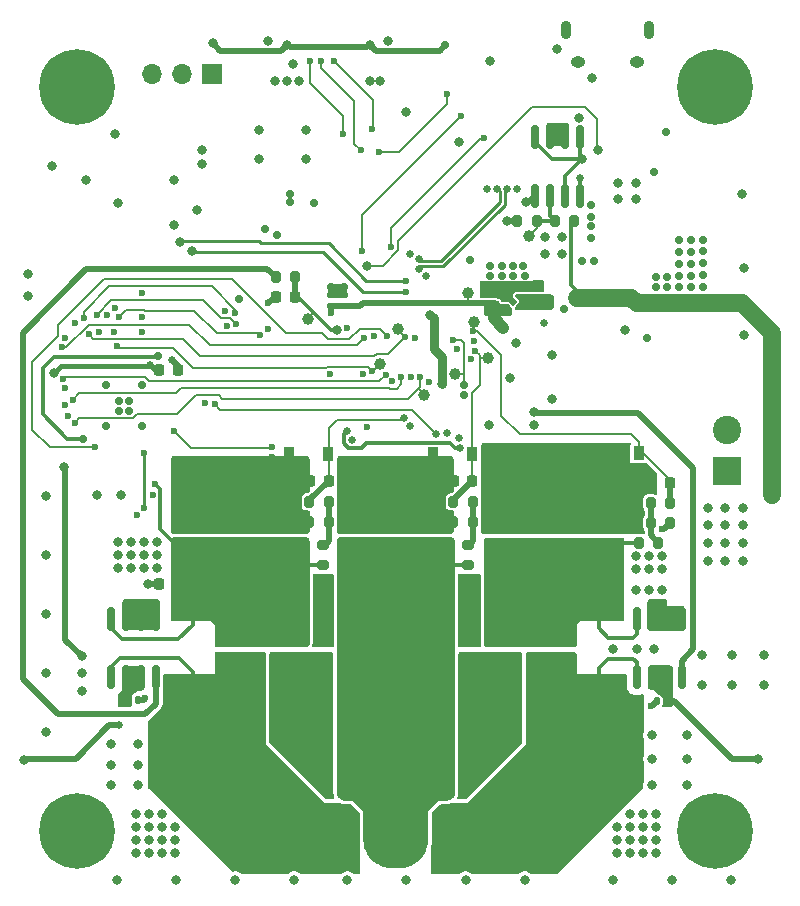
<source format=gbl>
G04 #@! TF.GenerationSoftware,KiCad,Pcbnew,(6.0.2)*
G04 #@! TF.CreationDate,2022-07-28T14:34:32+02:00*
G04 #@! TF.ProjectId,progetto_motor_controller,70726f67-6574-4746-9f5f-6d6f746f725f,rev?*
G04 #@! TF.SameCoordinates,Original*
G04 #@! TF.FileFunction,Copper,L4,Bot*
G04 #@! TF.FilePolarity,Positive*
%FSLAX46Y46*%
G04 Gerber Fmt 4.6, Leading zero omitted, Abs format (unit mm)*
G04 Created by KiCad (PCBNEW (6.0.2)) date 2022-07-28 14:34:32*
%MOMM*%
%LPD*%
G01*
G04 APERTURE LIST*
G04 Aperture macros list*
%AMRoundRect*
0 Rectangle with rounded corners*
0 $1 Rounding radius*
0 $2 $3 $4 $5 $6 $7 $8 $9 X,Y pos of 4 corners*
0 Add a 4 corners polygon primitive as box body*
4,1,4,$2,$3,$4,$5,$6,$7,$8,$9,$2,$3,0*
0 Add four circle primitives for the rounded corners*
1,1,$1+$1,$2,$3*
1,1,$1+$1,$4,$5*
1,1,$1+$1,$6,$7*
1,1,$1+$1,$8,$9*
0 Add four rect primitives between the rounded corners*
20,1,$1+$1,$2,$3,$4,$5,0*
20,1,$1+$1,$4,$5,$6,$7,0*
20,1,$1+$1,$6,$7,$8,$9,0*
20,1,$1+$1,$8,$9,$2,$3,0*%
%AMRotRect*
0 Rectangle, with rotation*
0 The origin of the aperture is its center*
0 $1 length*
0 $2 width*
0 $3 Rotation angle, in degrees counterclockwise*
0 Add horizontal line*
21,1,$1,$2,0,0,$3*%
%AMFreePoly0*
4,1,6,0.270000,-0.070500,0.270000,-0.105000,-0.090000,-0.105000,-0.090000,0.105000,0.090000,0.105000,0.270000,-0.070500,0.270000,-0.070500,$1*%
%AMFreePoly1*
4,1,6,0.090000,-0.105000,-0.270000,-0.105000,-0.270000,-0.070500,-0.090000,0.105000,0.090000,0.105000,0.090000,-0.105000,0.090000,-0.105000,$1*%
G04 Aperture macros list end*
G04 #@! TA.AperFunction,ComponentPad*
%ADD10O,1.250000X0.950000*%
G04 #@! TD*
G04 #@! TA.AperFunction,ComponentPad*
%ADD11O,0.890000X1.550000*%
G04 #@! TD*
G04 #@! TA.AperFunction,ComponentPad*
%ADD12C,0.800000*%
G04 #@! TD*
G04 #@! TA.AperFunction,ComponentPad*
%ADD13C,6.400000*%
G04 #@! TD*
G04 #@! TA.AperFunction,ComponentPad*
%ADD14R,2.400000X2.400000*%
G04 #@! TD*
G04 #@! TA.AperFunction,ComponentPad*
%ADD15C,2.400000*%
G04 #@! TD*
G04 #@! TA.AperFunction,ComponentPad*
%ADD16R,2.600000X2.600000*%
G04 #@! TD*
G04 #@! TA.AperFunction,ComponentPad*
%ADD17C,2.600000*%
G04 #@! TD*
G04 #@! TA.AperFunction,ComponentPad*
%ADD18R,1.700000X1.700000*%
G04 #@! TD*
G04 #@! TA.AperFunction,ComponentPad*
%ADD19O,1.700000X1.700000*%
G04 #@! TD*
G04 #@! TA.AperFunction,SMDPad,CuDef*
%ADD20C,1.000000*%
G04 #@! TD*
G04 #@! TA.AperFunction,SMDPad,CuDef*
%ADD21RoundRect,0.225000X0.225000X0.250000X-0.225000X0.250000X-0.225000X-0.250000X0.225000X-0.250000X0*%
G04 #@! TD*
G04 #@! TA.AperFunction,SMDPad,CuDef*
%ADD22RoundRect,0.225000X0.250000X-0.225000X0.250000X0.225000X-0.250000X0.225000X-0.250000X-0.225000X0*%
G04 #@! TD*
G04 #@! TA.AperFunction,SMDPad,CuDef*
%ADD23RoundRect,0.250000X1.425000X-0.362500X1.425000X0.362500X-1.425000X0.362500X-1.425000X-0.362500X0*%
G04 #@! TD*
G04 #@! TA.AperFunction,SMDPad,CuDef*
%ADD24R,0.900000X1.200000*%
G04 #@! TD*
G04 #@! TA.AperFunction,SMDPad,CuDef*
%ADD25RoundRect,0.140000X0.170000X-0.140000X0.170000X0.140000X-0.170000X0.140000X-0.170000X-0.140000X0*%
G04 #@! TD*
G04 #@! TA.AperFunction,SMDPad,CuDef*
%ADD26RoundRect,0.150000X-0.150000X0.825000X-0.150000X-0.825000X0.150000X-0.825000X0.150000X0.825000X0*%
G04 #@! TD*
G04 #@! TA.AperFunction,SMDPad,CuDef*
%ADD27RoundRect,0.200000X-0.200000X-0.275000X0.200000X-0.275000X0.200000X0.275000X-0.200000X0.275000X0*%
G04 #@! TD*
G04 #@! TA.AperFunction,SMDPad,CuDef*
%ADD28RoundRect,0.200000X0.200000X0.275000X-0.200000X0.275000X-0.200000X-0.275000X0.200000X-0.275000X0*%
G04 #@! TD*
G04 #@! TA.AperFunction,SMDPad,CuDef*
%ADD29RoundRect,0.200000X0.275000X-0.200000X0.275000X0.200000X-0.275000X0.200000X-0.275000X-0.200000X0*%
G04 #@! TD*
G04 #@! TA.AperFunction,SMDPad,CuDef*
%ADD30FreePoly0,0.000000*%
G04 #@! TD*
G04 #@! TA.AperFunction,SMDPad,CuDef*
%ADD31FreePoly1,180.000000*%
G04 #@! TD*
G04 #@! TA.AperFunction,SMDPad,CuDef*
%ADD32FreePoly0,180.000000*%
G04 #@! TD*
G04 #@! TA.AperFunction,SMDPad,CuDef*
%ADD33FreePoly1,0.000000*%
G04 #@! TD*
G04 #@! TA.AperFunction,SMDPad,CuDef*
%ADD34RotRect,0.480000X0.480000X315.000000*%
G04 #@! TD*
G04 #@! TA.AperFunction,SMDPad,CuDef*
%ADD35RoundRect,0.150000X0.150000X-0.825000X0.150000X0.825000X-0.150000X0.825000X-0.150000X-0.825000X0*%
G04 #@! TD*
G04 #@! TA.AperFunction,SMDPad,CuDef*
%ADD36RoundRect,0.225000X-0.225000X-0.250000X0.225000X-0.250000X0.225000X0.250000X-0.225000X0.250000X0*%
G04 #@! TD*
G04 #@! TA.AperFunction,SMDPad,CuDef*
%ADD37RoundRect,0.140000X0.140000X0.170000X-0.140000X0.170000X-0.140000X-0.170000X0.140000X-0.170000X0*%
G04 #@! TD*
G04 #@! TA.AperFunction,SMDPad,CuDef*
%ADD38RoundRect,0.140000X-0.140000X-0.170000X0.140000X-0.170000X0.140000X0.170000X-0.140000X0.170000X0*%
G04 #@! TD*
G04 #@! TA.AperFunction,ViaPad*
%ADD39C,0.800000*%
G04 #@! TD*
G04 #@! TA.AperFunction,ViaPad*
%ADD40C,0.700000*%
G04 #@! TD*
G04 #@! TA.AperFunction,ViaPad*
%ADD41C,0.600000*%
G04 #@! TD*
G04 #@! TA.AperFunction,ViaPad*
%ADD42C,0.650000*%
G04 #@! TD*
G04 #@! TA.AperFunction,Conductor*
%ADD43C,0.750000*%
G04 #@! TD*
G04 #@! TA.AperFunction,Conductor*
%ADD44C,0.500000*%
G04 #@! TD*
G04 #@! TA.AperFunction,Conductor*
%ADD45C,0.300000*%
G04 #@! TD*
G04 #@! TA.AperFunction,Conductor*
%ADD46C,1.000000*%
G04 #@! TD*
G04 #@! TA.AperFunction,Conductor*
%ADD47C,0.200000*%
G04 #@! TD*
G04 #@! TA.AperFunction,Conductor*
%ADD48C,0.250000*%
G04 #@! TD*
G04 #@! TA.AperFunction,Conductor*
%ADD49C,1.500000*%
G04 #@! TD*
G04 #@! TA.AperFunction,Conductor*
%ADD50C,0.400000*%
G04 #@! TD*
G04 #@! TA.AperFunction,Conductor*
%ADD51C,0.240000*%
G04 #@! TD*
G04 APERTURE END LIST*
D10*
X136400000Y-80950000D03*
D11*
X130400000Y-78250000D03*
D10*
X131400000Y-80950000D03*
D11*
X137400000Y-78250000D03*
D12*
X87302944Y-144302944D03*
X89000000Y-143600000D03*
X91400000Y-146000000D03*
X90697056Y-147697056D03*
X87302944Y-147697056D03*
X89000000Y-148400000D03*
X86600000Y-146000000D03*
D13*
X89000000Y-146000000D03*
D12*
X90697056Y-144302944D03*
D14*
X144000000Y-115550000D03*
D15*
X144000000Y-112050000D03*
D16*
X111000000Y-147150000D03*
D17*
X116000000Y-147150000D03*
X121000000Y-147150000D03*
D18*
X100450000Y-81900000D03*
D19*
X97910000Y-81900000D03*
X95370000Y-81900000D03*
D12*
X141302944Y-144302944D03*
X144697056Y-144302944D03*
X143000000Y-143600000D03*
X141302944Y-147697056D03*
D13*
X143000000Y-146000000D03*
D12*
X140600000Y-146000000D03*
X145400000Y-146000000D03*
X144697056Y-147697056D03*
X143000000Y-148400000D03*
X141302944Y-84697056D03*
X141302944Y-81302944D03*
X143000000Y-80600000D03*
X144697056Y-81302944D03*
X143000000Y-85400000D03*
D13*
X143000000Y-83000000D03*
D12*
X140600000Y-83000000D03*
X144697056Y-84697056D03*
X145400000Y-83000000D03*
X90697056Y-84697056D03*
X89000000Y-80600000D03*
X90697056Y-81302944D03*
D13*
X89000000Y-83000000D03*
D12*
X91400000Y-83000000D03*
X89000000Y-85400000D03*
X86600000Y-83000000D03*
X87302944Y-81302944D03*
X87302944Y-84697056D03*
D20*
X108550000Y-102650000D03*
D21*
X122475000Y-116400000D03*
X120925000Y-116400000D03*
D20*
X122650000Y-102950000D03*
D22*
X128000000Y-101375000D03*
X128000000Y-99825000D03*
D23*
X98800000Y-133512500D03*
X98800000Y-127587500D03*
D21*
X123975000Y-125150000D03*
X122425000Y-125150000D03*
D24*
X110250000Y-114150000D03*
X106950000Y-114150000D03*
X136550000Y-114050000D03*
X133250000Y-114050000D03*
D25*
X110500000Y-101580000D03*
X110500000Y-100620000D03*
D26*
X136395000Y-128075000D03*
X137665000Y-128075000D03*
X138935000Y-128075000D03*
X140205000Y-128075000D03*
X140205000Y-133025000D03*
X138935000Y-133025000D03*
X137665000Y-133025000D03*
X136395000Y-133025000D03*
D27*
X105825000Y-99150000D03*
X107475000Y-99150000D03*
D28*
X122525000Y-119900000D03*
X120875000Y-119900000D03*
D20*
X114650000Y-106500000D03*
X122100000Y-100500000D03*
D27*
X129475000Y-94350000D03*
X131125000Y-94350000D03*
D21*
X139175000Y-116550000D03*
X137625000Y-116550000D03*
X111550000Y-125150000D03*
X110000000Y-125150000D03*
D29*
X109800000Y-123475000D03*
X109800000Y-121825000D03*
D27*
X126275000Y-94350000D03*
X127925000Y-94350000D03*
D20*
X127300000Y-95650000D03*
D28*
X110325000Y-119900000D03*
X108675000Y-119900000D03*
D22*
X124300000Y-101600000D03*
X124300000Y-100050000D03*
D30*
X125380000Y-101525000D03*
D31*
X125380000Y-100875000D03*
D32*
X126420000Y-100875000D03*
D33*
X126420000Y-101525000D03*
D34*
X125900000Y-101200000D03*
D20*
X121050000Y-107350000D03*
D27*
X137575000Y-119950000D03*
X139225000Y-119950000D03*
D28*
X122525000Y-118150000D03*
X120875000Y-118150000D03*
D23*
X133200000Y-133512500D03*
X133200000Y-127587500D03*
D29*
X122150000Y-123475000D03*
X122150000Y-121825000D03*
D35*
X131605000Y-92225000D03*
X130335000Y-92225000D03*
X129065000Y-92225000D03*
X127795000Y-92225000D03*
X127795000Y-87275000D03*
X129065000Y-87275000D03*
X130335000Y-87275000D03*
X131605000Y-87275000D03*
D36*
X95975000Y-107000000D03*
X97525000Y-107000000D03*
D20*
X116150000Y-103550000D03*
X118400000Y-109100000D03*
D37*
X139080000Y-135050000D03*
X138120000Y-135050000D03*
D38*
X93240000Y-134900000D03*
X94200000Y-134900000D03*
D27*
X136575000Y-121650000D03*
X138225000Y-121650000D03*
D26*
X91895000Y-128075000D03*
X93165000Y-128075000D03*
X94435000Y-128075000D03*
X95705000Y-128075000D03*
X95705000Y-133025000D03*
X94435000Y-133025000D03*
X93165000Y-133025000D03*
X91895000Y-133025000D03*
D21*
X110300000Y-116400000D03*
X108750000Y-116400000D03*
D20*
X123800000Y-105950000D03*
D28*
X110325000Y-118150000D03*
X108675000Y-118150000D03*
D24*
X122450000Y-114150000D03*
X119150000Y-114150000D03*
D21*
X107425000Y-100800000D03*
X105875000Y-100800000D03*
D25*
X111600000Y-101580000D03*
X111600000Y-100620000D03*
D21*
X97475000Y-125150000D03*
X95925000Y-125150000D03*
D27*
X137575000Y-118250000D03*
X139225000Y-118250000D03*
D39*
X118900000Y-102300000D03*
X100500000Y-79350000D03*
X106800000Y-79450000D03*
X119900000Y-108200000D03*
X113800000Y-79450000D03*
D40*
X120200000Y-79450000D03*
D39*
X99600000Y-88350000D03*
X138000000Y-146750000D03*
X134800000Y-117650000D03*
X89800000Y-90900000D03*
X86400000Y-117650000D03*
D40*
X126200000Y-100000000D03*
X125000000Y-99000000D03*
D39*
X97200000Y-90950000D03*
D40*
X139000000Y-99150000D03*
X142000000Y-97950000D03*
D39*
X107300000Y-81100000D03*
X126400000Y-114950000D03*
X134800000Y-120350000D03*
D40*
X140000000Y-100000000D03*
D39*
X102000000Y-116250000D03*
D41*
X118800000Y-108000000D03*
D39*
X107600000Y-114950000D03*
D42*
X118575000Y-99000000D03*
D39*
X114250000Y-114950000D03*
X138000000Y-147850000D03*
X118450000Y-114950000D03*
X133400000Y-120350000D03*
X136900000Y-144550000D03*
D41*
X99850000Y-109750000D03*
D39*
X136900000Y-146750000D03*
D40*
X132550000Y-95800000D03*
X125900000Y-98200000D03*
D41*
X113200000Y-107350500D03*
X111900000Y-103450000D03*
D39*
X95100000Y-147850000D03*
X94000000Y-144550000D03*
X129200000Y-116250000D03*
X134800000Y-115450000D03*
X111450000Y-114950000D03*
D41*
X94400000Y-126700000D03*
D39*
X123600000Y-119050000D03*
X92500000Y-92850000D03*
X102000000Y-119050000D03*
D40*
X138950000Y-100000000D03*
D39*
X135800000Y-145650000D03*
X103400000Y-117650000D03*
D41*
X137600000Y-135450000D03*
D42*
X97050000Y-106150000D03*
D39*
X103400000Y-114950000D03*
D41*
X94500000Y-102550000D03*
D39*
X111450000Y-119050000D03*
X100600000Y-116250000D03*
D41*
X122650000Y-104500000D03*
D39*
X114700000Y-82500000D03*
X115650000Y-117650000D03*
X94000000Y-146750000D03*
X106200000Y-114950000D03*
X99200000Y-117650000D03*
X125400000Y-94350000D03*
D41*
X94500000Y-100500000D03*
X94800000Y-134750000D03*
D39*
X129200000Y-109450000D03*
D41*
X105200000Y-101350000D03*
D39*
X107800000Y-82500000D03*
D40*
X140000000Y-99000000D03*
D42*
X123700000Y-91650000D03*
D40*
X141000000Y-97000000D03*
X110500000Y-100000000D03*
D39*
X93600000Y-121550000D03*
X135800000Y-146750000D03*
X137900000Y-130650000D03*
X84850000Y-100750000D03*
D40*
X141000000Y-98000000D03*
D41*
X113600000Y-111800500D03*
D39*
X130600000Y-117650000D03*
X109600000Y-128300000D03*
D40*
X107000000Y-92800000D03*
D39*
X112850000Y-114950000D03*
X96200000Y-147850000D03*
X96200000Y-146750000D03*
D40*
X132550000Y-94025000D03*
D39*
X107600000Y-119050000D03*
D41*
X92250000Y-101750000D03*
D39*
X126900000Y-150150000D03*
X123600000Y-116250000D03*
D40*
X142000000Y-95950000D03*
D42*
X117200000Y-111750000D03*
D39*
X106800000Y-82500000D03*
X121350000Y-87700000D03*
D40*
X132550000Y-93025000D03*
D39*
X136900000Y-147850000D03*
X135800000Y-147850000D03*
X118450000Y-119050000D03*
D40*
X91500000Y-108250000D03*
D39*
X145450000Y-104050000D03*
X124000000Y-80850000D03*
X118450000Y-117650000D03*
X116900000Y-150150000D03*
X119850000Y-119050000D03*
X106200000Y-117650000D03*
X123900000Y-111650000D03*
X112850000Y-117650000D03*
X127800000Y-114950000D03*
X111450000Y-117650000D03*
X113800000Y-82500000D03*
X133400000Y-119050000D03*
D40*
X102700000Y-101000000D03*
D39*
X104800000Y-114950000D03*
D40*
X94500000Y-111750000D03*
D39*
X116900000Y-85150000D03*
X136400000Y-130650000D03*
D40*
X124000000Y-99000000D03*
D39*
X112850000Y-119050000D03*
X137400000Y-122750000D03*
D42*
X121390414Y-112754769D03*
D39*
X132000000Y-116250000D03*
D40*
X137300000Y-104250000D03*
D39*
X127800000Y-116250000D03*
D41*
X93150000Y-126700000D03*
D39*
X108400000Y-89150000D03*
X135900000Y-119050000D03*
X132000000Y-113650000D03*
D40*
X104900000Y-95100000D03*
D39*
X119850000Y-117650000D03*
X130600000Y-114950000D03*
X118450000Y-116250000D03*
X125000000Y-117650000D03*
X126400000Y-117650000D03*
D41*
X138700000Y-126700000D03*
D39*
X100600000Y-114950000D03*
D40*
X142000000Y-96950000D03*
D39*
X134700000Y-146750000D03*
X94000000Y-147850000D03*
X133400000Y-115450000D03*
X94000000Y-145650000D03*
X107600000Y-120350000D03*
X86400000Y-132650000D03*
X127700000Y-111650000D03*
X132600000Y-82250000D03*
D40*
X92550000Y-110450000D03*
D39*
X126200000Y-104725000D03*
X97400000Y-150150000D03*
X138500000Y-125650000D03*
D40*
X93450000Y-109600000D03*
D41*
X92100000Y-103750000D03*
D39*
X131475498Y-85675000D03*
D41*
X101725000Y-103300000D03*
D40*
X91500000Y-111750000D03*
D39*
X103400000Y-116250000D03*
D41*
X117650000Y-104250000D03*
D39*
X109650000Y-126800000D03*
X94700000Y-121550000D03*
D41*
X137650000Y-126700000D03*
D39*
X97300000Y-146750000D03*
X97300000Y-147850000D03*
D41*
X88000000Y-108550000D03*
D40*
X138000000Y-99150000D03*
D39*
X117050000Y-117650000D03*
X133400000Y-117650000D03*
D41*
X105150000Y-103500000D03*
X114150000Y-104100000D03*
D40*
X132550000Y-94800000D03*
X121800000Y-109150000D03*
D39*
X99200000Y-93450000D03*
D40*
X126800000Y-98200000D03*
D39*
X137400000Y-125650000D03*
X132000000Y-114950000D03*
X90700000Y-117600000D03*
D41*
X88824066Y-103000000D03*
D39*
X102400000Y-150150000D03*
X100600000Y-117650000D03*
D42*
X120300000Y-112350000D03*
D39*
X125000000Y-116250000D03*
X96200000Y-144550000D03*
D41*
X94050000Y-119250000D03*
D39*
X136150000Y-117650000D03*
X144400000Y-150150000D03*
X107600000Y-116250000D03*
X99200000Y-119050000D03*
D41*
X138550000Y-120450000D03*
D39*
X126400000Y-113650000D03*
X138500000Y-122750000D03*
D41*
X115715334Y-107965334D03*
D39*
X136900000Y-145650000D03*
D40*
X140000000Y-97000000D03*
D39*
X92400000Y-150150000D03*
X86400000Y-127650000D03*
X122050000Y-126850000D03*
X104400000Y-86650000D03*
X122000000Y-128400000D03*
D40*
X126900000Y-99000000D03*
D39*
X138500000Y-123850000D03*
X95100000Y-144550000D03*
D40*
X105900000Y-95600000D03*
D39*
X125000000Y-114950000D03*
X129200000Y-114950000D03*
X95800000Y-122650000D03*
X138000000Y-145650000D03*
D41*
X121150000Y-105200000D03*
D39*
X92500000Y-123750000D03*
D40*
X140000000Y-96000000D03*
D39*
X132000000Y-119050000D03*
X127800000Y-117650000D03*
D41*
X110450000Y-107350500D03*
D39*
X93600000Y-122650000D03*
X119850000Y-114950000D03*
D40*
X142000000Y-99950000D03*
X140000000Y-98000000D03*
X125100000Y-100000000D03*
D39*
X136150000Y-115450000D03*
D40*
X142000000Y-98950000D03*
X141000000Y-99000000D03*
D39*
X134400000Y-150150000D03*
D40*
X109050000Y-92850000D03*
D41*
X117250000Y-107550500D03*
D39*
X112850000Y-116250000D03*
X139400000Y-150150000D03*
D40*
X132750000Y-97750000D03*
D39*
X84850000Y-98900000D03*
X94700000Y-123750000D03*
X105800000Y-82500000D03*
D41*
X88000000Y-104300000D03*
D39*
X119850000Y-120350000D03*
X93600000Y-123750000D03*
D40*
X92550000Y-109600000D03*
D39*
X121900000Y-150150000D03*
X95100000Y-145650000D03*
D40*
X123500000Y-100000000D03*
D39*
X114250000Y-116250000D03*
D40*
X93450000Y-110450000D03*
D39*
X92750000Y-117600000D03*
D40*
X141000000Y-96000000D03*
X131750000Y-97750000D03*
D39*
X94700000Y-122650000D03*
X127000000Y-92750000D03*
X136100000Y-120350000D03*
X123600000Y-117650000D03*
D40*
X107000000Y-92100000D03*
D39*
X107600000Y-117650000D03*
D40*
X127190000Y-100000000D03*
X138900000Y-86850000D03*
D39*
X117050000Y-116250000D03*
D40*
X137900000Y-90250000D03*
D39*
X134700000Y-147850000D03*
X86400000Y-137650000D03*
X114250000Y-117650000D03*
D40*
X124000000Y-98200000D03*
D39*
X123600000Y-114950000D03*
X137400000Y-123850000D03*
X92500000Y-121550000D03*
X129200000Y-113650000D03*
X130600000Y-116250000D03*
D42*
X117200000Y-97150000D03*
D39*
X126400000Y-119050000D03*
X95800000Y-123750000D03*
X104400000Y-89150000D03*
X136300000Y-123850000D03*
X138000000Y-144550000D03*
X104800000Y-116250000D03*
D40*
X138000000Y-100000000D03*
D39*
X117050000Y-114950000D03*
D41*
X105500000Y-114350000D03*
D39*
X123600000Y-113650000D03*
D41*
X95400000Y-117550000D03*
X95700000Y-126700000D03*
D39*
X130600000Y-113650000D03*
X102000000Y-117650000D03*
D41*
X91550000Y-102350000D03*
X101575000Y-101975000D03*
D39*
X99200000Y-116250000D03*
D41*
X87950000Y-109950000D03*
D40*
X141000000Y-100000000D03*
D39*
X125000000Y-113650000D03*
D41*
X94550000Y-103750000D03*
D39*
X108400000Y-86650000D03*
X136300000Y-125650000D03*
X99200000Y-114950000D03*
D40*
X122300000Y-97670000D03*
X111600000Y-100000000D03*
D39*
X92500000Y-122650000D03*
X95000000Y-125150000D03*
X115650000Y-116250000D03*
X134400000Y-130650000D03*
D40*
X130250000Y-101850000D03*
D41*
X122400000Y-106100000D03*
D42*
X126300000Y-91650000D03*
D39*
X135800000Y-144550000D03*
X97300000Y-145650000D03*
D41*
X90850000Y-103750000D03*
D39*
X125000000Y-119050000D03*
X100600000Y-119050000D03*
X86400000Y-122650000D03*
X126400000Y-116250000D03*
X102000000Y-114950000D03*
X95100000Y-146750000D03*
X115650000Y-114950000D03*
D42*
X112250000Y-112900000D03*
D39*
X129200000Y-117650000D03*
X104800000Y-117650000D03*
X106200000Y-116250000D03*
X97200000Y-94750000D03*
D40*
X125000000Y-98200000D03*
X125900000Y-99000000D03*
D41*
X88250000Y-110900000D03*
D39*
X111900000Y-150150000D03*
X96200000Y-145650000D03*
X107400000Y-150150000D03*
X136300000Y-122750000D03*
X127800000Y-113650000D03*
X132000000Y-117650000D03*
X95800000Y-121550000D03*
X134700000Y-145650000D03*
D40*
X94500000Y-108250000D03*
D39*
X99600000Y-89550000D03*
X119850000Y-116250000D03*
X111450000Y-116250000D03*
X132000000Y-120350000D03*
X125650000Y-107650000D03*
X136300000Y-91150000D03*
D42*
X128509215Y-103013967D03*
D39*
X134800000Y-91150000D03*
X105200000Y-79100000D03*
X129650000Y-79850000D03*
X145300000Y-92100000D03*
X130050000Y-95750000D03*
X135400000Y-103600000D03*
X145500000Y-98350000D03*
X130050000Y-97150000D03*
X134800000Y-92550000D03*
X128650000Y-97150000D03*
X129000000Y-101100000D03*
X86900000Y-89700000D03*
X131722205Y-89150000D03*
X92250000Y-87000000D03*
X129200000Y-105750000D03*
X136300000Y-92550000D03*
X128650000Y-95750000D03*
X115300000Y-79100000D03*
X84500000Y-140000000D03*
X125100009Y-103398531D03*
D42*
X92600000Y-137050000D03*
D39*
X146700000Y-139950000D03*
D41*
X110510184Y-102158709D03*
X92750000Y-135300000D03*
D39*
X98750000Y-96900000D03*
D41*
X116900000Y-100400000D03*
D39*
X97750000Y-96200000D03*
D41*
X116900000Y-99450000D03*
D39*
X131300000Y-100900000D03*
X122050000Y-136450000D03*
X123300000Y-135750000D03*
X145400000Y-120150000D03*
X109950000Y-135050000D03*
X132300000Y-100900000D03*
X108700000Y-134350000D03*
X108700000Y-132950000D03*
X109950000Y-136450000D03*
X137650000Y-139900000D03*
X91900000Y-138650000D03*
X109950000Y-133650000D03*
X140650000Y-142150000D03*
X143900000Y-121650000D03*
X141900000Y-133650000D03*
X142400000Y-123200000D03*
X89400000Y-134150000D03*
X87050000Y-107250000D03*
X147850000Y-117550000D03*
X91900000Y-140400000D03*
X142400000Y-121650000D03*
X94150000Y-142150000D03*
D42*
X95200000Y-106574500D03*
D39*
X91900000Y-142150000D03*
X140650000Y-137900000D03*
X143900000Y-118650000D03*
X125800000Y-134350000D03*
X125800000Y-135750000D03*
X106200000Y-135750000D03*
X94150000Y-140400000D03*
X106200000Y-134350000D03*
X140650000Y-139900000D03*
X107450000Y-136450000D03*
X108700000Y-131550000D03*
X124550000Y-137850000D03*
X133300000Y-100900000D03*
X123300000Y-131550000D03*
X145400000Y-121650000D03*
X108700000Y-135750000D03*
X107450000Y-137850000D03*
X137650000Y-142150000D03*
X125800000Y-137150000D03*
X89400000Y-132650000D03*
X141900000Y-131150000D03*
X144450000Y-133650000D03*
X107450000Y-133650000D03*
X122050000Y-137850000D03*
X142400000Y-120150000D03*
X125800000Y-131550000D03*
X124550000Y-132250000D03*
X142400000Y-118650000D03*
X106200000Y-132950000D03*
X109950000Y-137850000D03*
X137650000Y-137900000D03*
X122050000Y-133650000D03*
X106200000Y-131550000D03*
X144450000Y-131150000D03*
X124550000Y-133650000D03*
X147150000Y-131150000D03*
X143900000Y-123200000D03*
X124550000Y-136450000D03*
X107450000Y-132250000D03*
X123300000Y-132950000D03*
X123300000Y-134350000D03*
X125800000Y-132950000D03*
X124550000Y-135050000D03*
X94150000Y-138650000D03*
X87900000Y-115250000D03*
X89400000Y-131250000D03*
X123300000Y-137150000D03*
X147150000Y-133650000D03*
X143900000Y-120150000D03*
X147850000Y-115150000D03*
X122050000Y-135050000D03*
X145400000Y-118650000D03*
X147850000Y-116350000D03*
X107450000Y-135050000D03*
X106200000Y-137150000D03*
X108700000Y-137150000D03*
X145400000Y-123200000D03*
X117600000Y-125850000D03*
X117600000Y-124450000D03*
X113400000Y-125850000D03*
X113400000Y-127250000D03*
X120400000Y-125850000D03*
X119000000Y-127250000D03*
X120400000Y-123050000D03*
X114800000Y-127250000D03*
X119000000Y-123050000D03*
X116200000Y-121650000D03*
X114800000Y-125850000D03*
X119000000Y-130050000D03*
X113400000Y-121650000D03*
X113400000Y-128650000D03*
X119000000Y-128650000D03*
X119000000Y-121650000D03*
X112000000Y-123050000D03*
X119000000Y-125850000D03*
X114800000Y-123050000D03*
X119000000Y-124450000D03*
X116200000Y-123050000D03*
X113400000Y-123050000D03*
X116200000Y-124450000D03*
X117600000Y-123050000D03*
X120400000Y-127250000D03*
X112000000Y-127250000D03*
X112000000Y-121650000D03*
X113400000Y-124450000D03*
X120400000Y-128650000D03*
X112000000Y-128650000D03*
X116200000Y-127250000D03*
X114800000Y-121650000D03*
X117600000Y-127250000D03*
X120400000Y-121650000D03*
X112000000Y-124450000D03*
X120400000Y-124450000D03*
X117600000Y-121650000D03*
X116200000Y-125850000D03*
X114800000Y-124450000D03*
X120400000Y-130050000D03*
X112000000Y-125850000D03*
D41*
X115600000Y-96574500D03*
X123450000Y-87350000D03*
D39*
X133100000Y-88350000D03*
X113600000Y-98150000D03*
D41*
X121500000Y-85450000D03*
X113100000Y-96900000D03*
X92600000Y-102500000D03*
X104500000Y-104000000D03*
X90700000Y-102300000D03*
X102500000Y-103100000D03*
X89600000Y-102600000D03*
X102400000Y-102150000D03*
D39*
X111000000Y-103650000D03*
D41*
X92400000Y-105000000D03*
X114000000Y-107100000D03*
X116800936Y-104203096D03*
X90023077Y-103976923D03*
X87700000Y-105050500D03*
X113300000Y-104325000D03*
X115150000Y-107400000D03*
X87850000Y-107750000D03*
X116450000Y-107550500D03*
X88625500Y-109500000D03*
X88800000Y-111500000D03*
X118050000Y-107550000D03*
X120800000Y-104450000D03*
D42*
X116650000Y-111100000D03*
D40*
X121800000Y-108250000D03*
D41*
X122700000Y-105350000D03*
X122550000Y-103700000D03*
D42*
X125425000Y-91650000D03*
X117941540Y-98425000D03*
X117941540Y-97575000D03*
X124575000Y-91650000D03*
D41*
X110800000Y-80800000D03*
X114000000Y-86600000D03*
X114600000Y-88500000D03*
X120300000Y-83600000D03*
X109700000Y-80800000D03*
X113050000Y-88400000D03*
X108700000Y-80800000D03*
X111500000Y-87000000D03*
X105500000Y-113550000D03*
X97200000Y-112150000D03*
D39*
X131100000Y-124450000D03*
X124100000Y-127250000D03*
X128300000Y-127250000D03*
D42*
X121475498Y-113600000D03*
D39*
X131100000Y-121650000D03*
X125500000Y-125850000D03*
X129700000Y-125850000D03*
D42*
X111828529Y-112162425D03*
D39*
X125500000Y-123050000D03*
X131100000Y-125850000D03*
X132500000Y-124450000D03*
X126900000Y-125850000D03*
X129700000Y-121650000D03*
X132500000Y-121650000D03*
X126900000Y-127250000D03*
X128300000Y-121650000D03*
X125500000Y-128650000D03*
X124100000Y-123050000D03*
X133900000Y-123050000D03*
X124100000Y-125850000D03*
X128300000Y-123050000D03*
X129700000Y-124450000D03*
X131100000Y-127250000D03*
X132500000Y-123050000D03*
X126900000Y-123050000D03*
X133900000Y-125850000D03*
X125500000Y-121650000D03*
X128300000Y-125850000D03*
X125500000Y-127250000D03*
X133900000Y-124450000D03*
X124100000Y-128650000D03*
X125500000Y-124450000D03*
X124100000Y-121650000D03*
X124100000Y-124450000D03*
X126900000Y-121650000D03*
X129700000Y-127250000D03*
X133900000Y-121650000D03*
X129700000Y-123050000D03*
X126900000Y-124450000D03*
X128300000Y-124450000D03*
X131100000Y-123050000D03*
X132500000Y-125850000D03*
D42*
X119400000Y-112375000D03*
D41*
X100700000Y-109900000D03*
X115275000Y-104150000D03*
X90500000Y-113500000D03*
X94700000Y-114000000D03*
X94700000Y-118700000D03*
D39*
X127700000Y-110550000D03*
D40*
X89550000Y-112800000D03*
X95850000Y-105800000D03*
D39*
X103700000Y-127250000D03*
X100900000Y-124450000D03*
X102300000Y-123050000D03*
X99500000Y-121650000D03*
X106500000Y-124450000D03*
X102300000Y-127250000D03*
X99500000Y-124450000D03*
X98100000Y-124450000D03*
X99500000Y-125850000D03*
X107900000Y-127250000D03*
X98100000Y-125850000D03*
X105100000Y-125850000D03*
X107900000Y-121650000D03*
X105100000Y-123050000D03*
X102300000Y-124450000D03*
X107900000Y-125850000D03*
X100900000Y-123050000D03*
X103700000Y-124450000D03*
X107900000Y-123050000D03*
X100900000Y-125850000D03*
X98100000Y-123050000D03*
X103700000Y-123050000D03*
X105100000Y-127250000D03*
X105100000Y-121650000D03*
X105100000Y-124450000D03*
D41*
X95650000Y-116650000D03*
D39*
X106500000Y-127250000D03*
X103700000Y-125850000D03*
X107900000Y-130050000D03*
X106500000Y-121650000D03*
X102300000Y-125850000D03*
X106500000Y-125850000D03*
X107900000Y-124450000D03*
X103700000Y-121650000D03*
X100900000Y-121650000D03*
X107900000Y-128650000D03*
X99500000Y-123050000D03*
X98100000Y-121650000D03*
X106500000Y-123050000D03*
X102300000Y-121650000D03*
D42*
X131600000Y-90750000D03*
D43*
X119200000Y-102600000D02*
X119200000Y-105200000D01*
D44*
X120200000Y-79450000D02*
X119700489Y-79949511D01*
X113600000Y-79650000D02*
X107000000Y-79650000D01*
X106800000Y-79450000D02*
X106250000Y-80000000D01*
X114299511Y-79949511D02*
X113800000Y-79450000D01*
D43*
X119900000Y-105900000D02*
X119900000Y-108200000D01*
D44*
X107000000Y-79650000D02*
X106800000Y-79450000D01*
D43*
X119200000Y-105200000D02*
X119900000Y-105900000D01*
D44*
X106250000Y-80000000D02*
X101150000Y-80000000D01*
X101150000Y-80000000D02*
X100500000Y-79350000D01*
D43*
X118900000Y-102300000D02*
X119200000Y-102600000D01*
D44*
X119700489Y-79949511D02*
X114299511Y-79949511D01*
X113800000Y-79450000D02*
X113600000Y-79650000D01*
X110980000Y-100620000D02*
X111600000Y-100000000D01*
X105750000Y-100800000D02*
X105200000Y-101350000D01*
X110500000Y-100000000D02*
X111600000Y-100000000D01*
X111600000Y-100620000D02*
X111600000Y-100000000D01*
X105875000Y-100800000D02*
X105750000Y-100800000D01*
X94650000Y-134900000D02*
X94800000Y-134750000D01*
X95925000Y-125150000D02*
X95000000Y-125150000D01*
X138550000Y-120450000D02*
X138725000Y-120450000D01*
X111600000Y-100620000D02*
X111120000Y-100620000D01*
X125400000Y-94350000D02*
X126275000Y-94350000D01*
X97525000Y-107000000D02*
X97525000Y-106625000D01*
X94200000Y-134900000D02*
X94650000Y-134900000D01*
X137600000Y-135450000D02*
X137720000Y-135450000D01*
X137720000Y-135450000D02*
X138120000Y-135050000D01*
X138725000Y-120450000D02*
X139225000Y-119950000D01*
X110500000Y-100620000D02*
X110980000Y-100620000D01*
X110500000Y-100620000D02*
X111600000Y-100620000D01*
X127270000Y-92750000D02*
X127795000Y-92225000D01*
X97525000Y-106625000D02*
X97050000Y-106150000D01*
X127000000Y-92750000D02*
X127270000Y-92750000D01*
X111120000Y-100620000D02*
X110500000Y-100000000D01*
X110500000Y-100620000D02*
X110500000Y-100000000D01*
D45*
X131722205Y-89150000D02*
X130335000Y-90537205D01*
X131722205Y-89150000D02*
X131605000Y-89032795D01*
X130335000Y-90537205D02*
X130335000Y-92225000D01*
X131722205Y-89150000D02*
X129258573Y-89150000D01*
X127795000Y-87686427D02*
X127795000Y-87275000D01*
X131605000Y-89032795D02*
X131605000Y-87275000D01*
X129258573Y-89150000D02*
X127795000Y-87686427D01*
D44*
X144450000Y-139950000D02*
X139550000Y-135050000D01*
X91750000Y-137050000D02*
X88900000Y-139900000D01*
X111600000Y-101580000D02*
X111620000Y-101600000D01*
D46*
X124300000Y-102598522D02*
X124300000Y-101600000D01*
D44*
X113250000Y-101350000D02*
X122100000Y-101350000D01*
X139550000Y-135050000D02*
X139080000Y-135050000D01*
X110510184Y-101590184D02*
X110500000Y-101580000D01*
X110510184Y-102158709D02*
X110510184Y-101590184D01*
X122100000Y-101350000D02*
X124050000Y-101350000D01*
D47*
X122100000Y-100250000D02*
X122100000Y-101350000D01*
D44*
X124050000Y-101350000D02*
X124300000Y-101600000D01*
X146700000Y-139950000D02*
X144450000Y-139950000D01*
X84600000Y-139900000D02*
X84500000Y-140000000D01*
X113000000Y-101600000D02*
X113250000Y-101350000D01*
X111600000Y-101580000D02*
X110500000Y-101580000D01*
D46*
X125100009Y-103398531D02*
X124300000Y-102598522D01*
D44*
X92600000Y-137050000D02*
X91750000Y-137050000D01*
X111620000Y-101600000D02*
X113000000Y-101600000D01*
X88900000Y-139900000D02*
X84600000Y-139900000D01*
D48*
X98850000Y-97000000D02*
X109800000Y-97000000D01*
X98750000Y-96900000D02*
X98850000Y-97000000D01*
X109800000Y-97000000D02*
X113200000Y-100400000D01*
X113200000Y-100400000D02*
X116900000Y-100400000D01*
X113500000Y-99450000D02*
X110324511Y-96274511D01*
X110324511Y-96274511D02*
X104620607Y-96274511D01*
X116900000Y-99450000D02*
X113500000Y-99450000D01*
X104446096Y-96100000D02*
X97850000Y-96100000D01*
X104620607Y-96274511D02*
X104446096Y-96100000D01*
X97850000Y-96100000D02*
X97750000Y-96200000D01*
D49*
X145300000Y-101350000D02*
X136400000Y-101350000D01*
D50*
X95124500Y-106650000D02*
X87650000Y-106650000D01*
D45*
X131300000Y-100300000D02*
X131300000Y-100900000D01*
D44*
X88000000Y-129850000D02*
X89400000Y-131250000D01*
D50*
X95975000Y-107000000D02*
X95625500Y-107000000D01*
X95625500Y-107000000D02*
X95200000Y-106574500D01*
D49*
X147850000Y-117550000D02*
X147850000Y-103900000D01*
X136400000Y-101350000D02*
X135950000Y-100900000D01*
X135950000Y-100900000D02*
X131300000Y-100900000D01*
D45*
X131125000Y-94350000D02*
X130800489Y-94674511D01*
D44*
X88000000Y-115350000D02*
X88000000Y-129850000D01*
D49*
X147850000Y-103900000D02*
X145300000Y-101350000D01*
D50*
X87650000Y-106650000D02*
X87050000Y-107250000D01*
D45*
X130800489Y-99800489D02*
X131300000Y-100300000D01*
X130800489Y-94674511D02*
X130800489Y-99800489D01*
D44*
X87900000Y-115250000D02*
X88000000Y-115350000D01*
D50*
X95200000Y-106574500D02*
X95124500Y-106650000D01*
D45*
X136395000Y-133025000D02*
X136395000Y-131745000D01*
X136395000Y-131745000D02*
X136100000Y-131450000D01*
X133200000Y-132250000D02*
X133200000Y-133512500D01*
X134000000Y-131450000D02*
X133200000Y-132250000D01*
X136100000Y-131450000D02*
X134000000Y-131450000D01*
X120825000Y-123475000D02*
X120400000Y-123050000D01*
X122150000Y-123475000D02*
X120825000Y-123475000D01*
X98800000Y-132550000D02*
X98800000Y-133512500D01*
X97650000Y-131400000D02*
X98800000Y-132550000D01*
X91895000Y-133025000D02*
X91895000Y-132155000D01*
X92650000Y-131400000D02*
X97650000Y-131400000D01*
X91895000Y-132155000D02*
X92650000Y-131400000D01*
D47*
X115600000Y-94950000D02*
X115600000Y-96574500D01*
X123450000Y-87350000D02*
X123200000Y-87350000D01*
X123200000Y-87350000D02*
X115600000Y-94950000D01*
X132000000Y-84750000D02*
X127500000Y-84750000D01*
X133000000Y-88250000D02*
X133000000Y-85750000D01*
X127500000Y-84750000D02*
X116199511Y-96050489D01*
X116199511Y-96050489D02*
X116199511Y-96822827D01*
X133100000Y-88350000D02*
X133000000Y-88250000D01*
X114872338Y-98150000D02*
X113600000Y-98150000D01*
X133000000Y-85750000D02*
X132000000Y-84750000D01*
X116199511Y-96822827D02*
X114872338Y-98150000D01*
X121500000Y-85500000D02*
X113100000Y-93900000D01*
X113100000Y-93900000D02*
X113100000Y-96900000D01*
X121500000Y-85450000D02*
X121500000Y-85500000D01*
X98950000Y-102000000D02*
X94797838Y-102000000D01*
X93149511Y-101950489D02*
X92600000Y-102500000D01*
X94748327Y-101950489D02*
X93149511Y-101950489D01*
X104500000Y-104000000D02*
X104400000Y-103900000D01*
X104400000Y-103900000D02*
X100850000Y-103900000D01*
X94797838Y-102000000D02*
X94748327Y-101950489D01*
X100850000Y-103900000D02*
X98950000Y-102000000D01*
X91900000Y-101100000D02*
X90700000Y-102300000D01*
X101174511Y-102574511D02*
X99700000Y-101100000D01*
X102500000Y-103100000D02*
X102475000Y-103100000D01*
X101949511Y-102574511D02*
X101174511Y-102574511D01*
X102475000Y-103100000D02*
X101949511Y-102574511D01*
X99700000Y-101100000D02*
X91900000Y-101100000D01*
X102400000Y-101875000D02*
X100425000Y-99900000D01*
X89600000Y-102050000D02*
X89600000Y-102600000D01*
X100425000Y-99900000D02*
X91750000Y-99900000D01*
X91750000Y-99900000D02*
X89600000Y-102050000D01*
X102400000Y-102150000D02*
X102400000Y-101875000D01*
D45*
X107700000Y-100800000D02*
X107425000Y-100800000D01*
D44*
X107475000Y-100750000D02*
X107425000Y-100800000D01*
D47*
X109025000Y-102175000D02*
X109075000Y-102175000D01*
D45*
X109075000Y-102175000D02*
X107700000Y-100800000D01*
D44*
X107475000Y-99150000D02*
X107475000Y-100750000D01*
D45*
X111000000Y-103650000D02*
X110550000Y-103650000D01*
X110550000Y-103650000D02*
X109075000Y-102175000D01*
D47*
X108550000Y-102650000D02*
X109025000Y-102175000D01*
X114050000Y-107100000D02*
X114650000Y-106500000D01*
X110201673Y-106750989D02*
X113650989Y-106750989D01*
X114000000Y-107100000D02*
X114050000Y-107100000D01*
X92550000Y-105150000D02*
X97150000Y-105150000D01*
X113650989Y-106750989D02*
X114000000Y-107100000D01*
X110102662Y-106850000D02*
X110201673Y-106750989D01*
X97150000Y-105150000D02*
X98850000Y-106850000D01*
X98850000Y-106850000D02*
X110102662Y-106850000D01*
X92400000Y-105000000D02*
X92550000Y-105150000D01*
X90395665Y-104349511D02*
X90023077Y-103976923D01*
X116800936Y-104200936D02*
X116150000Y-103550000D01*
X114369320Y-105650000D02*
X114169320Y-105850000D01*
X116800936Y-104203096D02*
X116800936Y-104200936D01*
X116800936Y-104203096D02*
X115354032Y-105650000D01*
X97949511Y-104349511D02*
X90395665Y-104349511D01*
X114169320Y-105850000D02*
X99450000Y-105850000D01*
X115354032Y-105650000D02*
X114369320Y-105650000D01*
X99450000Y-105850000D02*
X97949511Y-104349511D01*
X89999511Y-103150489D02*
X88099500Y-105050500D01*
X112725000Y-104900000D02*
X100250000Y-104900000D01*
X88099500Y-105050500D02*
X87700000Y-105050500D01*
X98500489Y-103150489D02*
X89999511Y-103150489D01*
X100250000Y-104900000D02*
X98500489Y-103150489D01*
X113300000Y-104325000D02*
X112725000Y-104900000D01*
X87999511Y-107600489D02*
X87850000Y-107750000D01*
X94769037Y-107600489D02*
X87999511Y-107600489D01*
X95118548Y-107950000D02*
X94769037Y-107600489D01*
X114600000Y-107950000D02*
X95118548Y-107950000D01*
X115150000Y-107400000D02*
X114600000Y-107950000D01*
X116450000Y-108200000D02*
X116085155Y-108564845D01*
X97400000Y-108950000D02*
X89175500Y-108950000D01*
X97800000Y-108550000D02*
X97400000Y-108950000D01*
X116450000Y-107550500D02*
X116450000Y-108200000D01*
X115467007Y-108564845D02*
X115452162Y-108550000D01*
X115452162Y-108550000D02*
X97800000Y-108550000D01*
X89175500Y-108950000D02*
X88625500Y-109500000D01*
X116085155Y-108564845D02*
X115467007Y-108564845D01*
X101000000Y-109150000D02*
X99102162Y-109150000D01*
X97502162Y-110750000D02*
X94118548Y-110750000D01*
X117875000Y-108625000D02*
X117050000Y-109450000D01*
X94118548Y-110750000D02*
X93769037Y-111099511D01*
X118400000Y-109100000D02*
X117925000Y-108625000D01*
X117925000Y-108625000D02*
X117875000Y-108625000D01*
X101300000Y-109450000D02*
X101000000Y-109150000D01*
X118050000Y-107550000D02*
X118050000Y-108450000D01*
X99102162Y-109150000D02*
X97502162Y-110750000D01*
X93769037Y-111099511D02*
X89200489Y-111099511D01*
X118050000Y-108450000D02*
X117875000Y-108625000D01*
X117050000Y-109450000D02*
X101300000Y-109450000D01*
X89200489Y-111099511D02*
X88800000Y-111500000D01*
X116650000Y-111100000D02*
X116550000Y-111200000D01*
X120800000Y-104450000D02*
X121500000Y-104450000D01*
X111000000Y-111200000D02*
X110300000Y-111900000D01*
X121500000Y-104450000D02*
X121800000Y-104750000D01*
D44*
X108675000Y-118025000D02*
X110300000Y-116400000D01*
X108675000Y-118150000D02*
X108675000Y-118025000D01*
D47*
X121800000Y-107350000D02*
X121050000Y-107350000D01*
X121800000Y-107350000D02*
X121800000Y-108250000D01*
X121800000Y-104750000D02*
X121800000Y-107350000D01*
X116550000Y-111200000D02*
X111000000Y-111200000D01*
X110300000Y-111900000D02*
X110300000Y-116150000D01*
X123150000Y-105950000D02*
X123100000Y-105900000D01*
X123100000Y-105900000D02*
X123100000Y-108300000D01*
D44*
X120875000Y-118000000D02*
X122475000Y-116400000D01*
X120875000Y-118150000D02*
X120875000Y-118000000D01*
D47*
X122450000Y-108950000D02*
X122450000Y-116375000D01*
X123800000Y-105950000D02*
X123150000Y-105950000D01*
X123100000Y-108300000D02*
X122450000Y-108950000D01*
X123100000Y-105750000D02*
X123100000Y-105900000D01*
X122450000Y-116375000D02*
X122475000Y-116400000D01*
X122700000Y-105350000D02*
X123100000Y-105750000D01*
X122550000Y-103700000D02*
X122550000Y-103050000D01*
X136900000Y-114050000D02*
X139175000Y-116325000D01*
X122550000Y-103700000D02*
X122850000Y-103700000D01*
X124900000Y-110850000D02*
X126500000Y-112450000D01*
X122850000Y-103700000D02*
X124900000Y-105750000D01*
X139175000Y-116325000D02*
X139175000Y-116550000D01*
X124900000Y-105750000D02*
X124900000Y-110850000D01*
X136550000Y-114050000D02*
X136900000Y-114050000D01*
D44*
X139225000Y-116600000D02*
X139175000Y-116550000D01*
D47*
X122550000Y-103050000D02*
X122650000Y-102950000D01*
X136550000Y-113100000D02*
X136550000Y-114050000D01*
X126500000Y-112450000D02*
X135900000Y-112450000D01*
X135900000Y-112450000D02*
X136550000Y-113100000D01*
D44*
X139225000Y-118250000D02*
X139225000Y-116600000D01*
D51*
X117941540Y-98425000D02*
X118146540Y-98220000D01*
X125220000Y-91855000D02*
X125425000Y-91650000D01*
X118146540Y-98220000D02*
X119991128Y-98220000D01*
X125220000Y-92991128D02*
X125220000Y-91855000D01*
X119991128Y-98220000D02*
X125220000Y-92991128D01*
X124780000Y-91855000D02*
X124575000Y-91650000D01*
X119808872Y-97780000D02*
X124780000Y-92808872D01*
X118146540Y-97780000D02*
X119808872Y-97780000D01*
X117941540Y-97575000D02*
X118146540Y-97780000D01*
X124780000Y-92808872D02*
X124780000Y-91855000D01*
D47*
X114100000Y-84100000D02*
X110800000Y-80800000D01*
X114100000Y-86500000D02*
X114100000Y-84100000D01*
X114000000Y-86600000D02*
X114100000Y-86500000D01*
X116250000Y-88500000D02*
X120300000Y-84450000D01*
X120300000Y-84450000D02*
X120300000Y-83600000D01*
X114600000Y-88500000D02*
X116250000Y-88500000D01*
X113050000Y-88400000D02*
X112500000Y-87850000D01*
X112500000Y-87850000D02*
X112500000Y-84250000D01*
X112500000Y-84250000D02*
X109700000Y-81450000D01*
X109700000Y-81450000D02*
X109700000Y-80800000D01*
X111500000Y-85500000D02*
X108700000Y-82700000D01*
X111500000Y-87000000D02*
X111500000Y-85500000D01*
X108700000Y-82700000D02*
X108700000Y-80800000D01*
X97200000Y-112150000D02*
X98650000Y-113600000D01*
X105450000Y-113600000D02*
X105500000Y-113550000D01*
X98650000Y-113600000D02*
X105450000Y-113600000D01*
D45*
X136395000Y-129355000D02*
X136100000Y-129650000D01*
X133200000Y-128850000D02*
X133200000Y-127587500D01*
X111828529Y-112162425D02*
X111575489Y-112415465D01*
X136395000Y-128075000D02*
X136395000Y-129355000D01*
X111970607Y-113574511D02*
X113125489Y-113574511D01*
X121023048Y-113600000D02*
X121416807Y-113600000D01*
X111575489Y-112415465D02*
X111575489Y-113179393D01*
X120623048Y-113200000D02*
X121023048Y-113600000D01*
X134000000Y-129650000D02*
X133200000Y-128850000D01*
D47*
X121416807Y-113600000D02*
X121475498Y-113600000D01*
D45*
X136575000Y-121650000D02*
X134900000Y-121650000D01*
X113125489Y-113574511D02*
X113500000Y-113200000D01*
X113500000Y-113200000D02*
X120623048Y-113200000D01*
X136100000Y-129650000D02*
X134000000Y-129650000D01*
X111575489Y-113179393D02*
X111970607Y-113574511D01*
D47*
X119400000Y-112375000D02*
X117375000Y-110350000D01*
X117375000Y-110350000D02*
X101150000Y-110350000D01*
X101150000Y-110350000D02*
X100700000Y-109900000D01*
X85200000Y-106350000D02*
X87400489Y-104149511D01*
X85200000Y-112050000D02*
X85200000Y-106350000D01*
X109725000Y-103875000D02*
X110249511Y-104399511D01*
X102100000Y-99250000D02*
X106725000Y-103875000D01*
X87400489Y-103149511D02*
X91300000Y-99250000D01*
X110249511Y-104399511D02*
X112075489Y-104399511D01*
X112974511Y-103500489D02*
X114675489Y-103500489D01*
X87400489Y-104149511D02*
X87400489Y-103149511D01*
X114675489Y-103500489D02*
X115275000Y-104100000D01*
X90450000Y-113550000D02*
X86700000Y-113550000D01*
X106725000Y-103875000D02*
X109725000Y-103875000D01*
X91300000Y-99250000D02*
X102100000Y-99250000D01*
X90500000Y-113500000D02*
X90450000Y-113550000D01*
X86700000Y-113550000D02*
X85200000Y-112050000D01*
X112075489Y-104399511D02*
X112974511Y-103500489D01*
D48*
X94700000Y-118700000D02*
X94700000Y-114000000D01*
D44*
X136500000Y-110650000D02*
X141150000Y-115300000D01*
X127800000Y-110650000D02*
X136500000Y-110650000D01*
X140205000Y-131595000D02*
X140205000Y-133025000D01*
X127700000Y-110550000D02*
X127800000Y-110650000D01*
X141150000Y-115300000D02*
X141150000Y-130650000D01*
X141150000Y-130650000D02*
X140205000Y-131595000D01*
X87400000Y-136150000D02*
X84400000Y-133150000D01*
X95705000Y-133025000D02*
X95705000Y-135245000D01*
X105125000Y-98450000D02*
X105825000Y-99150000D01*
X89800000Y-98450000D02*
X105125000Y-98450000D01*
X84400000Y-133150000D02*
X84400000Y-103850000D01*
X95705000Y-135245000D02*
X94800000Y-136150000D01*
X94800000Y-136150000D02*
X87400000Y-136150000D01*
X84400000Y-103850000D02*
X89800000Y-98450000D01*
D45*
X86100000Y-110750000D02*
X88150000Y-112800000D01*
X86100000Y-106850000D02*
X86100000Y-110750000D01*
X88150000Y-112800000D02*
X89550000Y-112800000D01*
X95750000Y-105900000D02*
X87050000Y-105900000D01*
X95850000Y-105800000D02*
X95750000Y-105900000D01*
X87050000Y-105900000D02*
X86100000Y-106850000D01*
X91895000Y-128845000D02*
X92850000Y-129800000D01*
X95650000Y-116650000D02*
X96050000Y-117050000D01*
X96050000Y-120500000D02*
X97200000Y-121650000D01*
X108325000Y-123475000D02*
X107900000Y-123050000D01*
X98800000Y-128550000D02*
X98800000Y-127587500D01*
X92850000Y-129800000D02*
X97550000Y-129800000D01*
X97550000Y-129800000D02*
X98800000Y-128550000D01*
X97200000Y-121650000D02*
X98100000Y-121650000D01*
X96050000Y-117050000D02*
X96050000Y-120500000D01*
X91895000Y-128075000D02*
X91895000Y-128845000D01*
X109800000Y-123475000D02*
X108325000Y-123475000D01*
D44*
X137575000Y-121000000D02*
X137575000Y-118250000D01*
X138225000Y-121650000D02*
X137575000Y-121000000D01*
X122150000Y-121825000D02*
X122525000Y-121450000D01*
X122525000Y-121450000D02*
X122525000Y-118150000D01*
X109975000Y-121825000D02*
X110325000Y-121475000D01*
X110325000Y-121475000D02*
X110325000Y-118150000D01*
D45*
X131600000Y-90750000D02*
X131605000Y-90755000D01*
X131605000Y-90755000D02*
X131605000Y-92225000D01*
X129475000Y-94350000D02*
X127925000Y-94350000D01*
X129065000Y-93940000D02*
X129475000Y-94350000D01*
X129065000Y-92225000D02*
X129065000Y-93940000D01*
D47*
X127950000Y-95000000D02*
X127950000Y-94375000D01*
X127950000Y-94375000D02*
X127925000Y-94350000D01*
X127300000Y-95650000D02*
X127950000Y-95000000D01*
G04 #@! TA.AperFunction,Conductor*
G36*
X95759561Y-126376902D02*
G01*
X95800658Y-126385076D01*
X95845492Y-126393994D01*
X95881178Y-126408776D01*
X95932397Y-126442999D01*
X95945759Y-126451928D01*
X95973072Y-126479241D01*
X96016223Y-126543820D01*
X96031006Y-126579509D01*
X96048098Y-126665439D01*
X96050000Y-126684752D01*
X96050000Y-128740248D01*
X96048098Y-128759561D01*
X96031006Y-128845491D01*
X96016223Y-128881180D01*
X95973072Y-128945759D01*
X95945759Y-128973072D01*
X95881178Y-129016224D01*
X95845492Y-129031006D01*
X95800658Y-129039924D01*
X95759561Y-129048098D01*
X95740248Y-129050000D01*
X93159752Y-129050000D01*
X93140439Y-129048098D01*
X93099342Y-129039924D01*
X93054508Y-129031006D01*
X93018822Y-129016224D01*
X92954241Y-128973072D01*
X92926928Y-128945759D01*
X92883777Y-128881180D01*
X92868994Y-128845491D01*
X92851902Y-128759561D01*
X92850000Y-128740248D01*
X92850000Y-126684752D01*
X92851902Y-126665439D01*
X92868994Y-126579509D01*
X92883777Y-126543820D01*
X92926928Y-126479241D01*
X92954241Y-126451928D01*
X92967603Y-126442999D01*
X93018822Y-126408776D01*
X93054508Y-126393994D01*
X93099342Y-126385076D01*
X93140439Y-126376902D01*
X93159752Y-126375000D01*
X95740248Y-126375000D01*
X95759561Y-126376902D01*
G37*
G04 #@! TD.AperFunction*
G04 #@! TA.AperFunction,Conductor*
G36*
X104943066Y-130909422D02*
G01*
X104988875Y-130962179D01*
X105000134Y-131013808D01*
X105000103Y-132750000D01*
X105000035Y-136677737D01*
X105000000Y-138650000D01*
X110000000Y-143650000D01*
X110010480Y-143650000D01*
X111229971Y-143649963D01*
X111277428Y-143659402D01*
X111345800Y-143687723D01*
X111370409Y-143697916D01*
X111372317Y-143698564D01*
X111372323Y-143698566D01*
X111384208Y-143702600D01*
X111407569Y-143710531D01*
X111438836Y-143718909D01*
X111440806Y-143719301D01*
X111440811Y-143719302D01*
X111451741Y-143721476D01*
X111477324Y-143726564D01*
X111602231Y-143743008D01*
X111626784Y-143746241D01*
X111626815Y-143746245D01*
X111627783Y-143746372D01*
X111628750Y-143746467D01*
X111628774Y-143746470D01*
X111646289Y-143748195D01*
X111646304Y-143748196D01*
X111647317Y-143748296D01*
X111648357Y-143748364D01*
X111648367Y-143748365D01*
X111653251Y-143748685D01*
X111663502Y-143749357D01*
X111664564Y-143749392D01*
X111664568Y-143749392D01*
X111668451Y-143749519D01*
X111683126Y-143750000D01*
X112174374Y-143750000D01*
X112241413Y-143769685D01*
X112262055Y-143786319D01*
X112913681Y-144437945D01*
X112947166Y-144499268D01*
X112950000Y-144525626D01*
X112950000Y-146745933D01*
X112950160Y-146755730D01*
X112950425Y-146763840D01*
X112950907Y-146773664D01*
X112970643Y-147074781D01*
X112972570Y-147094334D01*
X112974688Y-147110415D01*
X112977883Y-147129768D01*
X112978078Y-147130748D01*
X112998430Y-147233065D01*
X113000813Y-147257228D01*
X113001326Y-149532837D01*
X112981657Y-149599881D01*
X112928863Y-149645648D01*
X112877246Y-149656865D01*
X112577394Y-149656671D01*
X112446420Y-149656586D01*
X112379394Y-149636858D01*
X112364015Y-149625172D01*
X112334574Y-149598941D01*
X112308303Y-149575533D01*
X112308301Y-149575532D01*
X112302721Y-149570560D01*
X112288347Y-149562949D01*
X112159489Y-149494723D01*
X112152881Y-149491224D01*
X111988441Y-149449919D01*
X111902248Y-149449468D01*
X111826368Y-149449070D01*
X111826367Y-149449070D01*
X111818895Y-149449031D01*
X111797235Y-149454231D01*
X111661295Y-149486868D01*
X111661293Y-149486869D01*
X111654032Y-149488612D01*
X111647399Y-149492035D01*
X111647395Y-149492037D01*
X111580465Y-149526583D01*
X111503369Y-149566375D01*
X111497737Y-149571288D01*
X111435800Y-149625319D01*
X111372342Y-149654555D01*
X111354208Y-149655877D01*
X107943140Y-149653663D01*
X107876114Y-149633935D01*
X107860732Y-149622246D01*
X107808303Y-149575533D01*
X107808301Y-149575532D01*
X107802721Y-149570560D01*
X107788347Y-149562949D01*
X107659489Y-149494723D01*
X107652881Y-149491224D01*
X107488441Y-149449919D01*
X107402248Y-149449468D01*
X107326368Y-149449070D01*
X107326367Y-149449070D01*
X107318895Y-149449031D01*
X107297235Y-149454231D01*
X107161295Y-149486868D01*
X107161293Y-149486869D01*
X107154032Y-149488612D01*
X107147399Y-149492035D01*
X107147395Y-149492037D01*
X107080465Y-149526583D01*
X107003369Y-149566375D01*
X106997737Y-149571288D01*
X106939146Y-149622400D01*
X106875688Y-149651636D01*
X106857552Y-149652958D01*
X102939495Y-149650415D01*
X102872468Y-149630687D01*
X102857087Y-149618998D01*
X102808308Y-149575538D01*
X102802721Y-149570560D01*
X102796113Y-149567061D01*
X102796110Y-149567059D01*
X102659489Y-149494723D01*
X102652881Y-149491224D01*
X102488441Y-149449919D01*
X102402248Y-149449468D01*
X102326368Y-149449070D01*
X102326367Y-149449070D01*
X102318895Y-149449031D01*
X102209121Y-149475386D01*
X102139340Y-149471896D01*
X102092493Y-149442493D01*
X95036319Y-142386319D01*
X95002834Y-142324996D01*
X95000000Y-142298638D01*
X95000000Y-136744776D01*
X95019685Y-136677737D01*
X95074755Y-136630974D01*
X95087855Y-136625305D01*
X95094421Y-136619988D01*
X95094423Y-136619987D01*
X95099676Y-136615733D01*
X95117965Y-136603443D01*
X95131308Y-136596107D01*
X95139422Y-136589103D01*
X95164034Y-136564491D01*
X95173679Y-136555806D01*
X95205070Y-136530386D01*
X95216064Y-136514916D01*
X95229459Y-136499066D01*
X96083667Y-135644857D01*
X96087415Y-135641262D01*
X96126935Y-135604922D01*
X96126937Y-135604920D01*
X96133156Y-135599201D01*
X96156136Y-135562137D01*
X96162753Y-135552510D01*
X96181635Y-135527634D01*
X96189112Y-135517784D01*
X96194714Y-135503636D01*
X96204615Y-135483950D01*
X96208182Y-135478196D01*
X96212635Y-135471014D01*
X96224802Y-135429135D01*
X96228586Y-135418084D01*
X96241523Y-135385410D01*
X96241525Y-135385403D01*
X96244635Y-135377547D01*
X96245518Y-135369144D01*
X96245519Y-135369140D01*
X96246224Y-135362427D01*
X96250470Y-135340786D01*
X96252902Y-135332415D01*
X96254715Y-135326175D01*
X96255500Y-135315485D01*
X96255500Y-135280677D01*
X96256179Y-135267715D01*
X96259517Y-135235952D01*
X96260401Y-135227546D01*
X96257236Y-135208833D01*
X96255500Y-135188154D01*
X96255500Y-134090402D01*
X96262504Y-134049316D01*
X96271718Y-134023077D01*
X96302519Y-133935369D01*
X96305500Y-133903834D01*
X96305500Y-132874000D01*
X96325185Y-132806961D01*
X96377989Y-132761206D01*
X96429500Y-132750000D01*
X100650000Y-132750000D01*
X100650000Y-131018041D01*
X100669685Y-130951002D01*
X100722489Y-130905247D01*
X100773872Y-130894041D01*
X102987435Y-130891756D01*
X104876006Y-130889807D01*
X104943066Y-130909422D01*
G37*
G04 #@! TD.AperFunction*
G04 #@! TA.AperFunction,Conductor*
G36*
X135292122Y-121220002D02*
G01*
X135338615Y-121273658D01*
X135350001Y-121325999D01*
X135350031Y-128123999D01*
X135330029Y-128192120D01*
X135276374Y-128238613D01*
X135224031Y-128250000D01*
X131600000Y-128250000D01*
X131300000Y-128550000D01*
X131300000Y-130328848D01*
X131279998Y-130396969D01*
X131226342Y-130443462D01*
X131173919Y-130454848D01*
X127909670Y-130452752D01*
X123625868Y-130450001D01*
X123557761Y-130429955D01*
X123511303Y-130376270D01*
X123499950Y-130324051D01*
X123499240Y-128537188D01*
X123496373Y-121326049D01*
X123516348Y-121257921D01*
X123569985Y-121211407D01*
X123622373Y-121200000D01*
X135224001Y-121200000D01*
X135292122Y-121220002D01*
G37*
G04 #@! TD.AperFunction*
G04 #@! TA.AperFunction,Conductor*
G36*
X135872154Y-113168907D02*
G01*
X135908118Y-113218407D01*
X135908118Y-113279593D01*
X135896279Y-113304001D01*
X135864034Y-113352260D01*
X135849500Y-113425326D01*
X135849500Y-114674674D01*
X135864034Y-114747740D01*
X135919399Y-114830601D01*
X136002260Y-114885966D01*
X136075326Y-114900500D01*
X137024674Y-114900500D01*
X137097740Y-114885966D01*
X137115635Y-114874009D01*
X137174523Y-114857401D01*
X137231926Y-114878579D01*
X137240640Y-114886321D01*
X138071004Y-115716685D01*
X138098781Y-115771202D01*
X138100000Y-115786689D01*
X138100000Y-117471939D01*
X138081093Y-117530130D01*
X138031593Y-117566094D01*
X137968198Y-117565347D01*
X137866064Y-117529481D01*
X137866065Y-117529481D01*
X137860369Y-117527481D01*
X137854362Y-117526913D01*
X137854361Y-117526913D01*
X137831145Y-117524718D01*
X137831135Y-117524718D01*
X137828834Y-117524500D01*
X137321166Y-117524500D01*
X137318865Y-117524718D01*
X137318855Y-117524718D01*
X137295639Y-117526913D01*
X137295638Y-117526913D01*
X137289631Y-117527481D01*
X137161816Y-117572366D01*
X137052850Y-117652850D01*
X137048450Y-117658807D01*
X137046228Y-117661816D01*
X136972366Y-117761816D01*
X136927481Y-117889631D01*
X136924500Y-117921166D01*
X136924500Y-118578834D01*
X136927481Y-118610369D01*
X136972366Y-118738184D01*
X136976761Y-118744135D01*
X136976762Y-118744136D01*
X137052850Y-118847150D01*
X137050808Y-118848658D01*
X137073281Y-118892764D01*
X137074500Y-118908251D01*
X137074500Y-119291749D01*
X137055593Y-119349940D01*
X137053547Y-119352335D01*
X137052850Y-119352850D01*
X137051204Y-119355078D01*
X137051201Y-119355082D01*
X136976762Y-119455864D01*
X136972366Y-119461816D01*
X136927481Y-119589631D01*
X136924500Y-119621166D01*
X136924500Y-120278834D01*
X136927481Y-120310369D01*
X136972366Y-120438184D01*
X136976761Y-120444135D01*
X136976762Y-120444136D01*
X137052850Y-120547150D01*
X137050808Y-120548658D01*
X137073281Y-120592764D01*
X137074500Y-120608251D01*
X137074500Y-120801000D01*
X137055593Y-120859191D01*
X137006093Y-120895155D01*
X136975500Y-120900000D01*
X123509752Y-120900000D01*
X123490439Y-120898098D01*
X123449342Y-120889924D01*
X123404508Y-120881006D01*
X123368822Y-120866224D01*
X123304241Y-120823072D01*
X123276928Y-120795759D01*
X123233777Y-120731180D01*
X123218994Y-120695491D01*
X123201902Y-120609561D01*
X123200000Y-120590248D01*
X123200000Y-113459752D01*
X123201902Y-113440439D01*
X123210076Y-113399342D01*
X123218994Y-113354508D01*
X123233777Y-113318820D01*
X123276928Y-113254241D01*
X123304241Y-113226928D01*
X123317603Y-113217999D01*
X123368822Y-113183776D01*
X123404508Y-113168994D01*
X123449342Y-113160076D01*
X123490439Y-113151902D01*
X123509752Y-113150000D01*
X135813963Y-113150000D01*
X135872154Y-113168907D01*
G37*
G04 #@! TD.AperFunction*
G04 #@! TA.AperFunction,Conductor*
G36*
X94459561Y-132051902D02*
G01*
X94500658Y-132060076D01*
X94545492Y-132068994D01*
X94581178Y-132083776D01*
X94632397Y-132117999D01*
X94645759Y-132126928D01*
X94673072Y-132154241D01*
X94716223Y-132218820D01*
X94731006Y-132254509D01*
X94748098Y-132340439D01*
X94750000Y-132359752D01*
X94750000Y-133815984D01*
X94748098Y-133835297D01*
X94731006Y-133921227D01*
X94716223Y-133956916D01*
X94667551Y-134029758D01*
X94655240Y-134044760D01*
X94644760Y-134055240D01*
X94629758Y-134067551D01*
X94556914Y-134116224D01*
X94521228Y-134131006D01*
X94507039Y-134133828D01*
X94435297Y-134148098D01*
X94415984Y-134150000D01*
X94150000Y-134150000D01*
X93700000Y-134550000D01*
X93700000Y-135240248D01*
X93698098Y-135259561D01*
X93681006Y-135345491D01*
X93666223Y-135381180D01*
X93623072Y-135445759D01*
X93595759Y-135473072D01*
X93531178Y-135516224D01*
X93495492Y-135531006D01*
X93450658Y-135539924D01*
X93409561Y-135548098D01*
X93390248Y-135550000D01*
X92759752Y-135550000D01*
X92740439Y-135548098D01*
X92699342Y-135539924D01*
X92654508Y-135531006D01*
X92618822Y-135516224D01*
X92554241Y-135473072D01*
X92526928Y-135445759D01*
X92483777Y-135381180D01*
X92468994Y-135345491D01*
X92451902Y-135259561D01*
X92450000Y-135240248D01*
X92450000Y-134534016D01*
X92451902Y-134514703D01*
X92468994Y-134428773D01*
X92483777Y-134393084D01*
X92532449Y-134320242D01*
X92544760Y-134305240D01*
X92800000Y-134050000D01*
X92800000Y-132359752D01*
X92801902Y-132340439D01*
X92818994Y-132254509D01*
X92833777Y-132218820D01*
X92876928Y-132154241D01*
X92904241Y-132126928D01*
X92917603Y-132117999D01*
X92968822Y-132083776D01*
X93004508Y-132068994D01*
X93049342Y-132060076D01*
X93090439Y-132051902D01*
X93109752Y-132050000D01*
X94440248Y-132050000D01*
X94459561Y-132051902D01*
G37*
G04 #@! TD.AperFunction*
G04 #@! TA.AperFunction,Conductor*
G36*
X108412172Y-121152421D02*
G01*
X108490225Y-121167947D01*
X108535642Y-121186759D01*
X108591295Y-121223945D01*
X108626055Y-121258705D01*
X108663241Y-121314358D01*
X108682054Y-121359777D01*
X108697579Y-121437829D01*
X108700000Y-121462410D01*
X108700000Y-130137590D01*
X108697579Y-130162171D01*
X108682054Y-130240223D01*
X108663241Y-130285642D01*
X108626056Y-130341294D01*
X108591295Y-130376055D01*
X108535642Y-130413241D01*
X108490225Y-130432053D01*
X108421876Y-130445649D01*
X108412171Y-130447579D01*
X108387590Y-130450000D01*
X100776000Y-130450000D01*
X100707879Y-130429998D01*
X100661386Y-130376342D01*
X100650000Y-130324000D01*
X100650000Y-128550000D01*
X100350000Y-128250000D01*
X97076000Y-128250000D01*
X97007879Y-128229998D01*
X96961386Y-128176342D01*
X96950000Y-128124000D01*
X96950000Y-121462410D01*
X96952421Y-121437829D01*
X96967946Y-121359777D01*
X96986759Y-121314358D01*
X97023945Y-121258705D01*
X97058705Y-121223945D01*
X97114358Y-121186759D01*
X97159775Y-121167947D01*
X97237828Y-121152421D01*
X97262410Y-121150000D01*
X108387590Y-121150000D01*
X108412172Y-121152421D01*
G37*
G04 #@! TD.AperFunction*
G04 #@! TA.AperFunction,Conductor*
G36*
X123156765Y-124268907D02*
G01*
X123192729Y-124318407D01*
X123197574Y-124348961D01*
X123199076Y-128123998D01*
X123199240Y-128537307D01*
X123199950Y-130324170D01*
X123201697Y-130340403D01*
X123189129Y-130400282D01*
X123143764Y-130441338D01*
X123103267Y-130450000D01*
X121349000Y-130450000D01*
X121290809Y-130431093D01*
X121254845Y-130381593D01*
X121250000Y-130351000D01*
X121250000Y-124349000D01*
X121268907Y-124290809D01*
X121318407Y-124254845D01*
X121349000Y-124250000D01*
X123098574Y-124250000D01*
X123156765Y-124268907D01*
G37*
G04 #@! TD.AperFunction*
G04 #@! TA.AperFunction,Conductor*
G36*
X124798819Y-101321603D02*
G01*
X124802648Y-101325653D01*
X124808495Y-101329146D01*
X124808497Y-101329148D01*
X124861302Y-101360697D01*
X124879058Y-101371305D01*
X124884337Y-101373020D01*
X124884341Y-101373022D01*
X124933546Y-101389009D01*
X124937249Y-101390212D01*
X124941093Y-101390821D01*
X124941098Y-101390822D01*
X124995203Y-101399391D01*
X124995208Y-101399391D01*
X124999051Y-101400000D01*
X125426150Y-101400000D01*
X125484341Y-101418907D01*
X125496154Y-101428996D01*
X125688575Y-101621417D01*
X125712441Y-101641801D01*
X125714028Y-101642954D01*
X125729532Y-101654218D01*
X125741346Y-101664307D01*
X125771004Y-101693965D01*
X125798781Y-101748482D01*
X125800000Y-101763969D01*
X125800000Y-102240248D01*
X125798098Y-102259561D01*
X125788618Y-102307223D01*
X125773836Y-102342910D01*
X125752360Y-102375050D01*
X125725050Y-102402360D01*
X125692910Y-102423836D01*
X125657224Y-102438618D01*
X125631978Y-102443639D01*
X125609561Y-102448098D01*
X125590248Y-102450000D01*
X123709752Y-102450000D01*
X123690439Y-102448098D01*
X123668022Y-102443639D01*
X123642776Y-102438618D01*
X123607090Y-102423836D01*
X123574950Y-102402360D01*
X123547640Y-102375050D01*
X123526164Y-102342910D01*
X123511382Y-102307223D01*
X123501902Y-102259561D01*
X123500000Y-102240248D01*
X123500000Y-101509752D01*
X123501902Y-101490439D01*
X123511382Y-101442777D01*
X123526164Y-101407090D01*
X123547640Y-101374950D01*
X123574950Y-101347640D01*
X123607090Y-101326164D01*
X123642776Y-101311382D01*
X123668022Y-101306361D01*
X123690439Y-101301902D01*
X123709752Y-101300000D01*
X124737360Y-101300000D01*
X124798819Y-101321603D01*
G37*
G04 #@! TD.AperFunction*
G04 #@! TA.AperFunction,Conductor*
G36*
X120711980Y-121152383D02*
G01*
X120790613Y-121168024D01*
X120835313Y-121186539D01*
X120891624Y-121224165D01*
X120925835Y-121258376D01*
X120963461Y-121314687D01*
X120981976Y-121359387D01*
X120997617Y-121438020D01*
X121000000Y-121462211D01*
X121000000Y-130350000D01*
X111000000Y-130350000D01*
X111000000Y-121462211D01*
X111002383Y-121438020D01*
X111018024Y-121359387D01*
X111036539Y-121314687D01*
X111074165Y-121258376D01*
X111108376Y-121224165D01*
X111164687Y-121186539D01*
X111209387Y-121168024D01*
X111288020Y-121152383D01*
X111312211Y-121150000D01*
X120687789Y-121150000D01*
X120711980Y-121152383D01*
G37*
G04 #@! TD.AperFunction*
G04 #@! TA.AperFunction,Conductor*
G36*
X131243039Y-130919685D02*
G01*
X131288794Y-130972489D01*
X131300000Y-131024000D01*
X131300000Y-132750000D01*
X135462500Y-132750000D01*
X135529539Y-132769685D01*
X135575294Y-132822489D01*
X135586500Y-132874000D01*
X135586500Y-133916502D01*
X135589438Y-133953831D01*
X135591205Y-133959913D01*
X135609556Y-134023077D01*
X135635855Y-134113601D01*
X135639828Y-134120319D01*
X135716574Y-134250090D01*
X135716576Y-134250093D01*
X135720547Y-134256807D01*
X135838193Y-134374453D01*
X135844907Y-134378424D01*
X135844910Y-134378426D01*
X135948066Y-134439432D01*
X135981399Y-134459145D01*
X135988888Y-134461321D01*
X135988891Y-134461322D01*
X136123574Y-134500450D01*
X136141169Y-134505562D01*
X136178498Y-134508500D01*
X136611502Y-134508500D01*
X136648831Y-134505562D01*
X136666426Y-134500450D01*
X136801109Y-134461322D01*
X136801112Y-134461321D01*
X136808601Y-134459145D01*
X136815319Y-134455172D01*
X136822473Y-134452076D01*
X136823294Y-134453973D01*
X136880603Y-134439432D01*
X136946865Y-134461592D01*
X136990629Y-134516058D01*
X137000000Y-134563347D01*
X137000000Y-135398715D01*
X136998939Y-135414900D01*
X136994318Y-135450000D01*
X136995379Y-135458059D01*
X136998939Y-135485100D01*
X137000000Y-135501285D01*
X137000000Y-137615333D01*
X136991530Y-137660376D01*
X136966524Y-137724513D01*
X136944394Y-137892611D01*
X136962999Y-138061135D01*
X136965566Y-138068150D01*
X136965568Y-138068158D01*
X136992447Y-138141607D01*
X137000000Y-138184221D01*
X137000000Y-139615333D01*
X136991530Y-139660376D01*
X136966524Y-139724513D01*
X136944394Y-139892611D01*
X136962999Y-140061135D01*
X136965566Y-140068150D01*
X136965568Y-140068158D01*
X136992447Y-140141607D01*
X137000000Y-140184221D01*
X137000000Y-141865333D01*
X136991530Y-141910376D01*
X136966524Y-141974513D01*
X136944394Y-142142611D01*
X136962361Y-142305355D01*
X136962999Y-142311135D01*
X136962035Y-142311241D01*
X136958544Y-142374409D01*
X136929357Y-142420643D01*
X129736319Y-149613681D01*
X129674996Y-149647166D01*
X129648638Y-149650000D01*
X127439110Y-149650000D01*
X127372071Y-149630315D01*
X127356622Y-149618583D01*
X127308308Y-149575537D01*
X127308304Y-149575534D01*
X127302721Y-149570560D01*
X127288347Y-149562949D01*
X127159489Y-149494723D01*
X127152881Y-149491224D01*
X126988441Y-149449919D01*
X126902248Y-149449468D01*
X126826368Y-149449070D01*
X126826367Y-149449070D01*
X126818895Y-149449031D01*
X126797235Y-149454231D01*
X126661295Y-149486868D01*
X126661293Y-149486869D01*
X126654032Y-149488612D01*
X126647399Y-149492035D01*
X126647395Y-149492037D01*
X126581594Y-149526000D01*
X126503369Y-149566375D01*
X126497737Y-149571288D01*
X126442537Y-149619442D01*
X126379079Y-149648678D01*
X126361023Y-149650000D01*
X122439110Y-149650000D01*
X122372071Y-149630315D01*
X122356622Y-149618583D01*
X122308308Y-149575537D01*
X122308304Y-149575534D01*
X122302721Y-149570560D01*
X122288347Y-149562949D01*
X122159489Y-149494723D01*
X122152881Y-149491224D01*
X121988441Y-149449919D01*
X121902248Y-149449468D01*
X121826368Y-149449070D01*
X121826367Y-149449070D01*
X121818895Y-149449031D01*
X121797235Y-149454231D01*
X121661295Y-149486868D01*
X121661293Y-149486869D01*
X121654032Y-149488612D01*
X121647399Y-149492035D01*
X121647395Y-149492037D01*
X121581594Y-149526000D01*
X121503369Y-149566375D01*
X121497737Y-149571288D01*
X121442537Y-149619442D01*
X121379079Y-149648678D01*
X121361023Y-149650000D01*
X119124000Y-149650000D01*
X119056961Y-149630315D01*
X119011206Y-149577511D01*
X119000000Y-149526000D01*
X119000000Y-147253168D01*
X119002383Y-147228977D01*
X119021922Y-147130748D01*
X119022117Y-147129768D01*
X119025312Y-147110415D01*
X119027430Y-147094334D01*
X119029357Y-147074781D01*
X119049093Y-146773664D01*
X119049575Y-146763840D01*
X119049840Y-146755730D01*
X119050000Y-146745933D01*
X119050000Y-144525626D01*
X119069685Y-144458587D01*
X119086319Y-144437945D01*
X119737945Y-143786319D01*
X119799268Y-143752834D01*
X119825626Y-143750000D01*
X120316874Y-143750000D01*
X120331549Y-143749519D01*
X120335432Y-143749392D01*
X120335436Y-143749392D01*
X120336498Y-143749357D01*
X120347843Y-143748613D01*
X120351678Y-143748362D01*
X120351685Y-143748361D01*
X120352683Y-143748296D01*
X120367112Y-143746876D01*
X120371161Y-143746477D01*
X120371169Y-143746476D01*
X120372216Y-143746373D01*
X120373234Y-143746239D01*
X120373260Y-143746236D01*
X120397768Y-143743009D01*
X120520664Y-143726830D01*
X120520672Y-143726829D01*
X120522675Y-143726565D01*
X120524660Y-143726170D01*
X120524667Y-143726169D01*
X120541920Y-143722737D01*
X120561164Y-143718909D01*
X120592431Y-143710531D01*
X120615792Y-143702600D01*
X120627677Y-143698566D01*
X120627683Y-143698564D01*
X120629591Y-143697916D01*
X120722481Y-143659439D01*
X120769935Y-143650000D01*
X122000000Y-143650000D01*
X127000000Y-138650000D01*
X127000000Y-131024000D01*
X127019685Y-130956961D01*
X127072489Y-130911206D01*
X127124000Y-130900000D01*
X131176000Y-130900000D01*
X131243039Y-130919685D01*
G37*
G04 #@! TD.AperFunction*
G04 #@! TA.AperFunction,Conductor*
G36*
X138709561Y-126351902D02*
G01*
X138750658Y-126360076D01*
X138795492Y-126368994D01*
X138831178Y-126383776D01*
X138882397Y-126417999D01*
X138895759Y-126426928D01*
X138923072Y-126454241D01*
X138966223Y-126518820D01*
X138981005Y-126554506D01*
X139000000Y-126650000D01*
X139000000Y-126950000D01*
X140190248Y-126950000D01*
X140209561Y-126951902D01*
X140250658Y-126960076D01*
X140295492Y-126968994D01*
X140331178Y-126983776D01*
X140382397Y-127017999D01*
X140395759Y-127026928D01*
X140423072Y-127054241D01*
X140466223Y-127118820D01*
X140481006Y-127154509D01*
X140498098Y-127240439D01*
X140500000Y-127259752D01*
X140500000Y-128790248D01*
X140498098Y-128809561D01*
X140481006Y-128895491D01*
X140466223Y-128931180D01*
X140423072Y-128995759D01*
X140395759Y-129023072D01*
X140331178Y-129066224D01*
X140295492Y-129081006D01*
X140250658Y-129089924D01*
X140209561Y-129098098D01*
X140190248Y-129100000D01*
X137609752Y-129100000D01*
X137590439Y-129098098D01*
X137549342Y-129089924D01*
X137504508Y-129081006D01*
X137468822Y-129066224D01*
X137404241Y-129023072D01*
X137376928Y-128995759D01*
X137333777Y-128931180D01*
X137318994Y-128895491D01*
X137301902Y-128809561D01*
X137300000Y-128790248D01*
X137300000Y-126659752D01*
X137301902Y-126640439D01*
X137318994Y-126554509D01*
X137333777Y-126518820D01*
X137376928Y-126454241D01*
X137404241Y-126426928D01*
X137417603Y-126417999D01*
X137468822Y-126383776D01*
X137504508Y-126368994D01*
X137549342Y-126360076D01*
X137590439Y-126351902D01*
X137609752Y-126350000D01*
X138690248Y-126350000D01*
X138709561Y-126351902D01*
G37*
G04 #@! TD.AperFunction*
G04 #@! TA.AperFunction,Conductor*
G36*
X108409561Y-114251902D02*
G01*
X108450658Y-114260076D01*
X108495492Y-114268994D01*
X108531178Y-114283776D01*
X108582397Y-114317999D01*
X108595759Y-114326928D01*
X108623072Y-114354241D01*
X108666223Y-114418820D01*
X108681006Y-114454509D01*
X108698098Y-114540439D01*
X108700000Y-114559752D01*
X108700000Y-117251178D01*
X108681093Y-117309369D01*
X108671004Y-117321182D01*
X108596682Y-117395504D01*
X108542165Y-117423281D01*
X108526678Y-117424500D01*
X108421166Y-117424500D01*
X108418865Y-117424718D01*
X108418855Y-117424718D01*
X108395639Y-117426913D01*
X108395638Y-117426913D01*
X108389631Y-117427481D01*
X108261816Y-117472366D01*
X108152850Y-117552850D01*
X108072366Y-117661816D01*
X108027481Y-117789631D01*
X108024500Y-117821166D01*
X108024500Y-118478834D01*
X108027481Y-118510369D01*
X108072366Y-118638184D01*
X108152850Y-118747150D01*
X108261816Y-118827634D01*
X108389631Y-118872519D01*
X108395638Y-118873087D01*
X108395639Y-118873087D01*
X108418855Y-118875282D01*
X108418865Y-118875282D01*
X108421166Y-118875500D01*
X108601000Y-118875500D01*
X108659191Y-118894407D01*
X108695155Y-118943907D01*
X108700000Y-118974500D01*
X108700000Y-120590248D01*
X108698098Y-120609561D01*
X108681006Y-120695491D01*
X108666223Y-120731180D01*
X108623072Y-120795759D01*
X108595759Y-120823072D01*
X108531178Y-120866224D01*
X108495492Y-120881006D01*
X108450658Y-120889924D01*
X108409561Y-120898098D01*
X108390248Y-120900000D01*
X97259752Y-120900000D01*
X97240439Y-120898098D01*
X97199342Y-120889924D01*
X97154508Y-120881006D01*
X97118822Y-120866224D01*
X97054241Y-120823072D01*
X97026928Y-120795759D01*
X96983777Y-120731180D01*
X96968994Y-120695491D01*
X96951902Y-120609561D01*
X96950000Y-120590248D01*
X96950000Y-114559752D01*
X96951902Y-114540439D01*
X96968994Y-114454509D01*
X96983777Y-114418820D01*
X97026928Y-114354241D01*
X97054241Y-114326928D01*
X97067603Y-114317999D01*
X97118822Y-114283776D01*
X97154508Y-114268994D01*
X97199342Y-114260076D01*
X97240439Y-114251902D01*
X97259752Y-114250000D01*
X108390248Y-114250000D01*
X108409561Y-114251902D01*
G37*
G04 #@! TD.AperFunction*
G04 #@! TA.AperFunction,Conductor*
G36*
X128509191Y-99468907D02*
G01*
X128545155Y-99518407D01*
X128550000Y-99549000D01*
X128550000Y-100301000D01*
X128531093Y-100359191D01*
X128481593Y-100395155D01*
X128451000Y-100400000D01*
X126100000Y-100400000D01*
X125900000Y-100600000D01*
X125900000Y-100850000D01*
X126179996Y-101129996D01*
X126207773Y-101184513D01*
X126198202Y-101244945D01*
X126179996Y-101270004D01*
X125970004Y-101479996D01*
X125915487Y-101507773D01*
X125855055Y-101498202D01*
X125829996Y-101479996D01*
X125550000Y-101200000D01*
X124999051Y-101200000D01*
X124940860Y-101181093D01*
X124910842Y-101145946D01*
X124902066Y-101128722D01*
X124902063Y-101128718D01*
X124898528Y-101121780D01*
X124803220Y-101026472D01*
X124796283Y-101022937D01*
X124796281Y-101022936D01*
X124690066Y-100968817D01*
X124690065Y-100968817D01*
X124683126Y-100965281D01*
X124675432Y-100964062D01*
X124675431Y-100964062D01*
X124587333Y-100950109D01*
X124583488Y-100949500D01*
X124583059Y-100949500D01*
X124557655Y-100943752D01*
X124552881Y-100941224D01*
X124446693Y-100914551D01*
X124394231Y-100901373D01*
X124394228Y-100901373D01*
X124388441Y-100899919D01*
X124302841Y-100899471D01*
X124224861Y-100899062D01*
X124224859Y-100899062D01*
X124218895Y-100899031D01*
X124213096Y-100900423D01*
X124213089Y-100900424D01*
X124191827Y-100905529D01*
X124150181Y-100903381D01*
X124149620Y-100906320D01*
X124142355Y-100904934D01*
X124135369Y-100902481D01*
X124129329Y-100902244D01*
X124126651Y-100901722D01*
X124121270Y-100900020D01*
X124114663Y-100899500D01*
X124061459Y-100899500D01*
X124057572Y-100899424D01*
X124007397Y-100897452D01*
X124007394Y-100897452D01*
X124000006Y-100897162D01*
X123993228Y-100898959D01*
X123983403Y-100899500D01*
X123249000Y-100899500D01*
X123190809Y-100880593D01*
X123154845Y-100831093D01*
X123150000Y-100800500D01*
X123150000Y-99549000D01*
X123168907Y-99490809D01*
X123218407Y-99454845D01*
X123249000Y-99450000D01*
X128451000Y-99450000D01*
X128509191Y-99468907D01*
G37*
G04 #@! TD.AperFunction*
G04 #@! TA.AperFunction,Conductor*
G36*
X129161216Y-100602648D02*
G01*
X129184230Y-100608081D01*
X129216698Y-100615746D01*
X129257385Y-100636089D01*
X129278662Y-100653846D01*
X129301152Y-100672616D01*
X129316916Y-100689222D01*
X129344613Y-100726150D01*
X129355211Y-100740281D01*
X129363702Y-100753732D01*
X129373425Y-100772288D01*
X129382281Y-100789192D01*
X129392310Y-100819278D01*
X129398722Y-100858789D01*
X129400000Y-100874648D01*
X129400000Y-101607405D01*
X129398098Y-101626718D01*
X129388618Y-101674380D01*
X129373836Y-101710067D01*
X129355863Y-101736965D01*
X129346840Y-101750469D01*
X129334529Y-101765471D01*
X129265471Y-101834529D01*
X129250469Y-101846840D01*
X129210067Y-101873836D01*
X129174381Y-101888618D01*
X129149135Y-101893639D01*
X129126718Y-101898098D01*
X129107405Y-101900000D01*
X126213035Y-101900000D01*
X126187413Y-101896627D01*
X126150625Y-101886770D01*
X126106243Y-101861147D01*
X126088853Y-101843757D01*
X126063230Y-101799375D01*
X126053373Y-101762587D01*
X126050000Y-101736965D01*
X126050000Y-101716488D01*
X126068907Y-101658297D01*
X126090810Y-101636395D01*
X126108280Y-101623702D01*
X126111425Y-101621417D01*
X126321417Y-101411425D01*
X126341801Y-101387559D01*
X126354218Y-101370467D01*
X126364307Y-101358654D01*
X126395150Y-101327811D01*
X126428278Y-101278231D01*
X126443839Y-101200000D01*
X126428278Y-101121769D01*
X126395150Y-101072189D01*
X126353178Y-101030217D01*
X126343089Y-101018404D01*
X126323698Y-100991714D01*
X126323695Y-100991711D01*
X126321417Y-100988575D01*
X126128996Y-100796154D01*
X126101219Y-100741637D01*
X126100000Y-100726150D01*
X126100000Y-100723850D01*
X126118907Y-100665659D01*
X126128996Y-100653846D01*
X126153846Y-100628996D01*
X126208363Y-100601219D01*
X126223850Y-100600000D01*
X129138471Y-100600000D01*
X129161216Y-100602648D01*
G37*
G04 #@! TD.AperFunction*
G04 #@! TA.AperFunction,Conductor*
G36*
X130409561Y-86051902D02*
G01*
X130450658Y-86060076D01*
X130495492Y-86068994D01*
X130531178Y-86083776D01*
X130582397Y-86117999D01*
X130595759Y-86126928D01*
X130623072Y-86154241D01*
X130666223Y-86218820D01*
X130681006Y-86254509D01*
X130698098Y-86340439D01*
X130700000Y-86359752D01*
X130700000Y-87740248D01*
X130698098Y-87759561D01*
X130681006Y-87845491D01*
X130666223Y-87881180D01*
X130623072Y-87945759D01*
X130595759Y-87973072D01*
X130531178Y-88016224D01*
X130495492Y-88031006D01*
X130450658Y-88039924D01*
X130409561Y-88048098D01*
X130390248Y-88050000D01*
X129009752Y-88050000D01*
X128990439Y-88048098D01*
X128949342Y-88039924D01*
X128904508Y-88031006D01*
X128868822Y-88016224D01*
X128804241Y-87973072D01*
X128776928Y-87945759D01*
X128733777Y-87881180D01*
X128718994Y-87845491D01*
X128701902Y-87759561D01*
X128700000Y-87740248D01*
X128700000Y-86359752D01*
X128701902Y-86340439D01*
X128718994Y-86254509D01*
X128733777Y-86218820D01*
X128776928Y-86154241D01*
X128804241Y-86126928D01*
X128817603Y-86117999D01*
X128868822Y-86083776D01*
X128904508Y-86068994D01*
X128949342Y-86060076D01*
X128990439Y-86051902D01*
X129009752Y-86050000D01*
X130390248Y-86050000D01*
X130409561Y-86051902D01*
G37*
G04 #@! TD.AperFunction*
G04 #@! TA.AperFunction,Conductor*
G36*
X120609561Y-114251902D02*
G01*
X120650658Y-114260076D01*
X120695492Y-114268994D01*
X120731178Y-114283776D01*
X120782397Y-114317999D01*
X120795759Y-114326928D01*
X120823072Y-114354241D01*
X120866223Y-114418820D01*
X120881006Y-114454509D01*
X120898098Y-114540439D01*
X120900000Y-114559752D01*
X120900000Y-117226178D01*
X120881093Y-117284369D01*
X120871004Y-117296182D01*
X120771682Y-117395504D01*
X120717165Y-117423281D01*
X120701678Y-117424500D01*
X120621166Y-117424500D01*
X120618865Y-117424718D01*
X120618855Y-117424718D01*
X120595639Y-117426913D01*
X120595638Y-117426913D01*
X120589631Y-117427481D01*
X120461816Y-117472366D01*
X120352850Y-117552850D01*
X120272366Y-117661816D01*
X120227481Y-117789631D01*
X120224500Y-117821166D01*
X120224500Y-118478834D01*
X120227481Y-118510369D01*
X120272366Y-118638184D01*
X120352850Y-118747150D01*
X120461816Y-118827634D01*
X120589631Y-118872519D01*
X120595638Y-118873087D01*
X120595639Y-118873087D01*
X120618855Y-118875282D01*
X120618865Y-118875282D01*
X120621166Y-118875500D01*
X120801000Y-118875500D01*
X120859191Y-118894407D01*
X120895155Y-118943907D01*
X120900000Y-118974500D01*
X120900000Y-120590248D01*
X120898098Y-120609561D01*
X120881006Y-120695491D01*
X120866223Y-120731180D01*
X120823072Y-120795759D01*
X120795759Y-120823072D01*
X120731178Y-120866224D01*
X120695492Y-120881006D01*
X120650658Y-120889924D01*
X120609561Y-120898098D01*
X120590248Y-120900000D01*
X111309752Y-120900000D01*
X111290439Y-120898098D01*
X111249342Y-120889924D01*
X111204508Y-120881006D01*
X111168822Y-120866224D01*
X111104241Y-120823072D01*
X111076928Y-120795759D01*
X111033777Y-120731180D01*
X111018994Y-120695491D01*
X111001902Y-120609561D01*
X111000000Y-120590248D01*
X111000000Y-116704247D01*
X111000145Y-116698893D01*
X111000211Y-116697676D01*
X111000500Y-116695015D01*
X111000499Y-116104986D01*
X111000210Y-116102323D01*
X111000145Y-116101127D01*
X111000000Y-116095773D01*
X111000000Y-114559752D01*
X111001902Y-114540439D01*
X111018994Y-114454509D01*
X111033777Y-114418820D01*
X111076928Y-114354241D01*
X111104241Y-114326928D01*
X111117603Y-114317999D01*
X111168822Y-114283776D01*
X111204508Y-114268994D01*
X111249342Y-114260076D01*
X111290439Y-114251902D01*
X111309752Y-114250000D01*
X120590248Y-114250000D01*
X120609561Y-114251902D01*
G37*
G04 #@! TD.AperFunction*
G04 #@! TA.AperFunction,Conductor*
G36*
X139209561Y-132001902D02*
G01*
X139250658Y-132010076D01*
X139295492Y-132018994D01*
X139331178Y-132033776D01*
X139382397Y-132067999D01*
X139395759Y-132076928D01*
X139423072Y-132104241D01*
X139466223Y-132168820D01*
X139481006Y-132204509D01*
X139498098Y-132290439D01*
X139500000Y-132309752D01*
X139500000Y-135240248D01*
X139498098Y-135259561D01*
X139481006Y-135345491D01*
X139466223Y-135381180D01*
X139423072Y-135445759D01*
X139395759Y-135473072D01*
X139331178Y-135516224D01*
X139295492Y-135531006D01*
X139250658Y-135539924D01*
X139209561Y-135548098D01*
X139190248Y-135550000D01*
X138709752Y-135550000D01*
X138690439Y-135548098D01*
X138647861Y-135539629D01*
X138624061Y-135534895D01*
X138570676Y-135504999D01*
X138545060Y-135449434D01*
X138553649Y-135395960D01*
X138593972Y-135309487D01*
X138600500Y-135259901D01*
X138600499Y-134840100D01*
X138593972Y-134790513D01*
X138543224Y-134681684D01*
X138458316Y-134596776D01*
X138450468Y-134593116D01*
X138450466Y-134593115D01*
X138356356Y-134549231D01*
X138349487Y-134546028D01*
X138321243Y-134542310D01*
X138264161Y-134514161D01*
X137800000Y-134050000D01*
X137597427Y-134050000D01*
X137582926Y-134048932D01*
X137518369Y-134039373D01*
X137490615Y-134030971D01*
X137442805Y-134008404D01*
X137411763Y-133985418D01*
X137386615Y-133957714D01*
X137363891Y-133915255D01*
X137352973Y-133871718D01*
X137350000Y-133847637D01*
X137350000Y-132309752D01*
X137351902Y-132290439D01*
X137368994Y-132204509D01*
X137383777Y-132168820D01*
X137426928Y-132104241D01*
X137454241Y-132076928D01*
X137467603Y-132067999D01*
X137518822Y-132033776D01*
X137554508Y-132018994D01*
X137599342Y-132010076D01*
X137640439Y-132001902D01*
X137659752Y-132000000D01*
X139190248Y-132000000D01*
X139209561Y-132001902D01*
G37*
G04 #@! TD.AperFunction*
G04 #@! TA.AperFunction,Conductor*
G36*
X110643039Y-130919685D02*
G01*
X110688794Y-130972489D01*
X110700000Y-131023998D01*
X110700000Y-142766874D01*
X110700643Y-142786498D01*
X110701704Y-142802683D01*
X110703627Y-142822217D01*
X110723435Y-142972675D01*
X110731091Y-143011161D01*
X110739469Y-143042429D01*
X110752084Y-143079591D01*
X110787695Y-143165563D01*
X110793065Y-143178527D01*
X110800534Y-143247996D01*
X110769259Y-143310476D01*
X110709170Y-143346128D01*
X110678510Y-143349980D01*
X110475890Y-143349986D01*
X110175625Y-143349995D01*
X110108585Y-143330312D01*
X110087940Y-143313676D01*
X105336322Y-138562058D01*
X105302837Y-138500735D01*
X105300003Y-138474375D01*
X105300035Y-136677742D01*
X105300103Y-132750005D01*
X105300134Y-131023998D01*
X105319820Y-130956959D01*
X105372625Y-130911205D01*
X105424134Y-130900000D01*
X110576000Y-130900000D01*
X110643039Y-130919685D01*
G37*
G04 #@! TD.AperFunction*
G04 #@! TA.AperFunction,Conductor*
G36*
X110709191Y-124268907D02*
G01*
X110745155Y-124318407D01*
X110750000Y-124349000D01*
X110750000Y-130351000D01*
X110731093Y-130409191D01*
X110681593Y-130445155D01*
X110651000Y-130450000D01*
X109011896Y-130450000D01*
X108953705Y-130431093D01*
X108917741Y-130381593D01*
X108917159Y-130322262D01*
X108927251Y-130288994D01*
X108942776Y-130210942D01*
X108946375Y-130186675D01*
X108948796Y-130162094D01*
X108950000Y-130137590D01*
X108950000Y-124349000D01*
X108968907Y-124290809D01*
X109018407Y-124254845D01*
X109049000Y-124250000D01*
X110651000Y-124250000D01*
X110709191Y-124268907D01*
G37*
G04 #@! TD.AperFunction*
G04 #@! TA.AperFunction,Conductor*
G36*
X121000000Y-142766874D02*
G01*
X120998939Y-142783059D01*
X120979131Y-142933517D01*
X120970753Y-142964785D01*
X120915814Y-143097418D01*
X120899629Y-143125451D01*
X120812235Y-143239345D01*
X120789345Y-143262235D01*
X120675451Y-143349629D01*
X120647418Y-143365814D01*
X120514785Y-143420753D01*
X120483518Y-143429131D01*
X120358611Y-143445575D01*
X120333059Y-143448939D01*
X120316874Y-143450000D01*
X119650000Y-143450000D01*
X118750000Y-144350000D01*
X118750000Y-146745933D01*
X118749735Y-146754043D01*
X118729999Y-147055160D01*
X118727881Y-147071241D01*
X118669808Y-147363193D01*
X118665610Y-147378861D01*
X118569923Y-147660744D01*
X118563716Y-147675729D01*
X118432056Y-147942710D01*
X118423946Y-147956757D01*
X118258563Y-148204270D01*
X118248690Y-148217136D01*
X118052410Y-148440951D01*
X118040951Y-148452410D01*
X117817138Y-148648689D01*
X117804270Y-148658563D01*
X117556757Y-148823946D01*
X117542710Y-148832056D01*
X117275729Y-148963716D01*
X117260744Y-148969923D01*
X116978861Y-149065610D01*
X116963193Y-149069808D01*
X116671241Y-149127881D01*
X116655160Y-149129999D01*
X116354043Y-149149735D01*
X116345933Y-149150000D01*
X115654067Y-149150000D01*
X115645957Y-149149735D01*
X115344840Y-149129999D01*
X115328759Y-149127881D01*
X115036807Y-149069808D01*
X115021139Y-149065610D01*
X114739256Y-148969923D01*
X114724271Y-148963716D01*
X114457290Y-148832056D01*
X114443243Y-148823946D01*
X114195730Y-148658563D01*
X114182862Y-148648689D01*
X113959049Y-148452410D01*
X113947590Y-148440951D01*
X113751310Y-148217136D01*
X113741437Y-148204270D01*
X113576054Y-147956757D01*
X113567944Y-147942710D01*
X113436284Y-147675729D01*
X113430077Y-147660744D01*
X113334390Y-147378861D01*
X113330192Y-147363193D01*
X113272119Y-147071241D01*
X113270001Y-147055160D01*
X113250265Y-146754043D01*
X113250000Y-146745933D01*
X113250000Y-144350000D01*
X112350000Y-143450000D01*
X111683126Y-143450000D01*
X111666941Y-143448939D01*
X111641389Y-143445575D01*
X111516482Y-143429131D01*
X111485215Y-143420753D01*
X111352582Y-143365814D01*
X111324549Y-143349629D01*
X111210655Y-143262235D01*
X111187765Y-143239345D01*
X111100371Y-143125451D01*
X111084186Y-143097418D01*
X111029247Y-142964785D01*
X111020869Y-142933517D01*
X111001061Y-142783059D01*
X111000000Y-142766874D01*
X111000000Y-130350000D01*
X121000000Y-130350000D01*
X121000000Y-142766874D01*
G37*
G04 #@! TD.AperFunction*
G04 #@! TA.AperFunction,Conductor*
G36*
X126643039Y-130919685D02*
G01*
X126688794Y-130972489D01*
X126700000Y-131024000D01*
X126700000Y-138474374D01*
X126680315Y-138541413D01*
X126663681Y-138562055D01*
X121912055Y-143313681D01*
X121850732Y-143347166D01*
X121824374Y-143350000D01*
X121321488Y-143350000D01*
X121254449Y-143330315D01*
X121208694Y-143277511D01*
X121198750Y-143208353D01*
X121206927Y-143178547D01*
X121247140Y-143081464D01*
X121247916Y-143079591D01*
X121260531Y-143042429D01*
X121268909Y-143011161D01*
X121276565Y-142972675D01*
X121296373Y-142822217D01*
X121298296Y-142802683D01*
X121299357Y-142786498D01*
X121300000Y-142766874D01*
X121300000Y-131024000D01*
X121319685Y-130956961D01*
X121372489Y-130911206D01*
X121424000Y-130900000D01*
X126576000Y-130900000D01*
X126643039Y-130919685D01*
G37*
G04 #@! TD.AperFunction*
M02*

</source>
